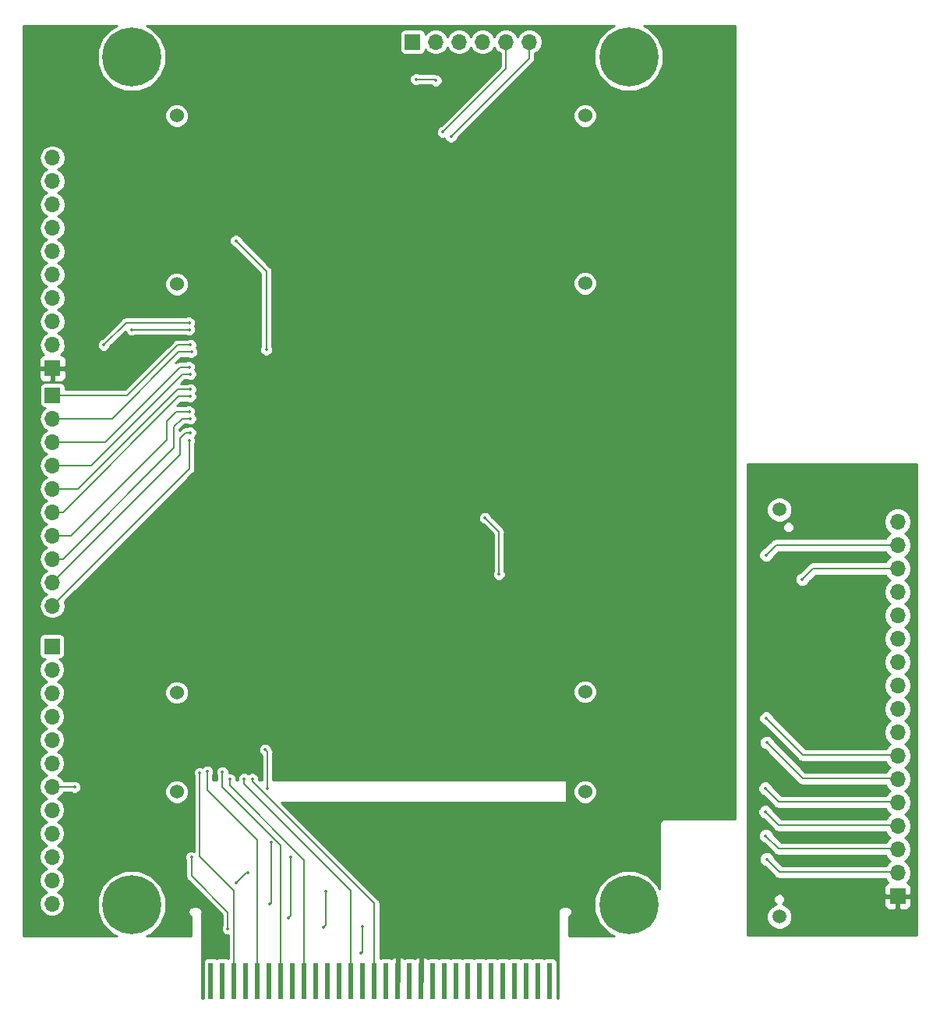
<source format=gbr>
G04 #@! TF.GenerationSoftware,KiCad,Pcbnew,5.0.0*
G04 #@! TF.CreationDate,2018-07-27T13:54:40-05:00*
G04 #@! TF.ProjectId,breakout,627265616B6F75742E6B696361645F70,rev?*
G04 #@! TF.SameCoordinates,Original*
G04 #@! TF.FileFunction,Copper,L2,Bot,Signal*
G04 #@! TF.FilePolarity,Positive*
%FSLAX46Y46*%
G04 Gerber Fmt 4.6, Leading zero omitted, Abs format (unit mm)*
G04 Created by KiCad (PCBNEW 5.0.0) date Fri Jul 27 13:54:40 2018*
%MOMM*%
%LPD*%
G01*
G04 APERTURE LIST*
G04 #@! TA.AperFunction,ComponentPad*
%ADD10C,1.524000*%
G04 #@! TD*
G04 #@! TA.AperFunction,SMDPad,CuDef*
%ADD11R,0.560000X4.000000*%
G04 #@! TD*
G04 #@! TA.AperFunction,ComponentPad*
%ADD12C,6.400000*%
G04 #@! TD*
G04 #@! TA.AperFunction,ComponentPad*
%ADD13R,1.700000X1.700000*%
G04 #@! TD*
G04 #@! TA.AperFunction,ComponentPad*
%ADD14O,1.700000X1.700000*%
G04 #@! TD*
G04 #@! TA.AperFunction,ComponentPad*
%ADD15C,1.500000*%
G04 #@! TD*
G04 #@! TA.AperFunction,ViaPad*
%ADD16C,0.355600*%
G04 #@! TD*
G04 #@! TA.AperFunction,Conductor*
%ADD17C,0.177800*%
G04 #@! TD*
G04 #@! TA.AperFunction,Conductor*
%ADD18C,0.254000*%
G04 #@! TD*
G04 APERTURE END LIST*
D10*
G04 #@! TO.P,P4,2*
G04 #@! TO.N,GND*
X142824200Y-136220200D03*
G04 #@! TO.P,P4,*
G04 #@! TO.N,*
X142824200Y-91871800D03*
G04 #@! TD*
G04 #@! TO.P,P3,2*
G04 #@! TO.N,JTAG_TMS*
X98475800Y-136296400D03*
G04 #@! TO.P,P3,*
G04 #@! TO.N,*
X98475800Y-91948000D03*
G04 #@! TD*
G04 #@! TO.P,P2,2*
G04 #@! TO.N,GPO_1*
X98475800Y-147066000D03*
G04 #@! TO.P,P2,*
G04 #@! TO.N,*
X142824200Y-147066000D03*
G04 #@! TD*
G04 #@! TO.P,P1,2*
G04 #@! TO.N,GND*
X142824200Y-73660000D03*
G04 #@! TO.P,P1,*
G04 #@! TO.N,*
X98475800Y-73660000D03*
G04 #@! TD*
D11*
G04 #@! TO.P,P7,2*
G04 #@! TO.N,GND*
X102168800Y-167600000D03*
G04 #@! TO.P,P7,4*
X103438800Y-167600000D03*
G04 #@! TO.P,P7,6*
G04 #@! TO.N,MIO51*
X104708800Y-167600000D03*
G04 #@! TO.P,P7,8*
G04 #@! TO.N,GND*
X105978800Y-167600000D03*
G04 #@! TO.P,P7,10*
G04 #@! TO.N,MIO49*
X107248800Y-167600000D03*
G04 #@! TO.P,P7,12*
G04 #@! TO.N,GND*
X108518800Y-167600000D03*
G04 #@! TO.P,P7,14*
G04 #@! TO.N,MIO47*
X109788800Y-167600000D03*
G04 #@! TO.P,P7,16*
G04 #@! TO.N,GND*
X111058800Y-167600000D03*
G04 #@! TO.P,P7,18*
G04 #@! TO.N,MIO46*
X112328800Y-167600000D03*
G04 #@! TO.P,P7,20*
G04 #@! TO.N,GND*
X113598800Y-167600000D03*
G04 #@! TO.P,P7,22*
G04 #@! TO.N,Net-(P7-Pad22)*
X114868800Y-167600000D03*
G04 #@! TO.P,P7,24*
G04 #@! TO.N,GND*
X116138800Y-167600000D03*
G04 #@! TO.P,P7,26*
G04 #@! TO.N,MIO11*
X117408800Y-167600000D03*
G04 #@! TO.P,P7,28*
G04 #@! TO.N,GND*
X118678800Y-167600000D03*
G04 #@! TO.P,P7,30*
G04 #@! TO.N,MIO12*
X119948800Y-167600000D03*
G04 #@! TO.P,P7,32*
G04 #@! TO.N,GND*
X121218800Y-167600000D03*
G04 #@! TO.P,P7,34*
G04 #@! TO.N,+5V*
X122488800Y-167600000D03*
G04 #@! TO.P,P7,36*
G04 #@! TO.N,GND*
X123758800Y-167600000D03*
G04 #@! TO.P,P7,38*
G04 #@! TO.N,+5V*
X125028800Y-167600000D03*
G04 #@! TO.P,P7,40*
G04 #@! TO.N,GND*
X126298800Y-167600000D03*
G04 #@! TO.P,P7,42*
G04 #@! TO.N,Net-(P7-Pad42)*
X127568800Y-167600000D03*
G04 #@! TO.P,P7,44*
G04 #@! TO.N,GND*
X128838800Y-167600000D03*
G04 #@! TO.P,P7,46*
G04 #@! TO.N,Net-(P7-Pad46)*
X130108800Y-167600000D03*
G04 #@! TO.P,P7,48*
G04 #@! TO.N,GND*
X131378800Y-167600000D03*
G04 #@! TO.P,P7,50*
G04 #@! TO.N,Net-(P7-Pad50)*
X132648800Y-167600000D03*
G04 #@! TO.P,P7,52*
G04 #@! TO.N,GND*
X133918800Y-167600000D03*
G04 #@! TO.P,P7,54*
G04 #@! TO.N,Net-(P7-Pad54)*
X135188800Y-167600000D03*
G04 #@! TO.P,P7,56*
G04 #@! TO.N,GND*
X136458800Y-167600000D03*
G04 #@! TO.P,P7,58*
G04 #@! TO.N,FPGA_DONE*
X137728800Y-167600000D03*
G04 #@! TO.P,P7,60*
G04 #@! TO.N,GND*
X138998800Y-167600000D03*
G04 #@! TD*
D12*
G04 #@! TO.P,REF\002A\002A,1*
G04 #@! TO.N,N/C*
X93573600Y-67310000D03*
G04 #@! TD*
G04 #@! TO.P,REF\002A\002A,1*
G04 #@! TO.N,N/C*
X147574000Y-67310000D03*
G04 #@! TD*
G04 #@! TO.P,REF\002A\002A,1*
G04 #@! TO.N,N/C*
X93573600Y-159334400D03*
G04 #@! TD*
G04 #@! TO.P,REF\002A\002A,1*
G04 #@! TO.N,N/C*
X147574000Y-159334400D03*
G04 #@! TD*
D13*
G04 #@! TO.P,J2,1*
G04 #@! TO.N,MIO12*
X84937600Y-131267200D03*
D14*
G04 #@! TO.P,J2,2*
G04 #@! TO.N,MIO11*
X84937600Y-133807200D03*
G04 #@! TO.P,J2,3*
G04 #@! TO.N,MIO46*
X84937600Y-136347200D03*
G04 #@! TO.P,J2,4*
G04 #@! TO.N,MIO47*
X84937600Y-138887200D03*
G04 #@! TO.P,J2,5*
G04 #@! TO.N,MIO49*
X84937600Y-141427200D03*
G04 #@! TO.P,J2,6*
G04 #@! TO.N,MIO51*
X84937600Y-143967200D03*
G04 #@! TO.P,J2,7*
G04 #@! TO.N,MIO15*
X84937600Y-146507200D03*
G04 #@! TO.P,J2,8*
G04 #@! TO.N,MIO10*
X84937600Y-149047200D03*
G04 #@! TO.P,J2,9*
G04 #@! TO.N,MIO13*
X84937600Y-151587200D03*
G04 #@! TO.P,J2,10*
G04 #@! TO.N,MIO14*
X84937600Y-154127200D03*
G04 #@! TO.P,J2,11*
G04 #@! TO.N,MIO0*
X84937600Y-156667200D03*
G04 #@! TO.P,J2,12*
G04 #@! TO.N,MIO48*
X84937600Y-159207200D03*
G04 #@! TD*
D13*
G04 #@! TO.P,J3,1*
G04 #@! TO.N,USB_ID*
X124079000Y-65659000D03*
D14*
G04 #@! TO.P,J3,2*
G04 #@! TO.N,USB_OTG_P*
X126619000Y-65659000D03*
G04 #@! TO.P,J3,3*
G04 #@! TO.N,USB_OTG_N*
X129159000Y-65659000D03*
G04 #@! TO.P,J3,4*
G04 #@! TO.N,GND*
X131699000Y-65659000D03*
G04 #@! TO.P,J3,5*
G04 #@! TO.N,USB_VBUS_OTG*
X134239000Y-65659000D03*
G04 #@! TO.P,J3,6*
G04 #@! TO.N,USB_OTG_CPEN*
X136779000Y-65659000D03*
G04 #@! TD*
D13*
G04 #@! TO.P,J1,1*
G04 #@! TO.N,+5V*
X84963000Y-101092000D03*
D14*
G04 #@! TO.P,J1,2*
G04 #@! TO.N,PWR_ENABLE*
X84963000Y-98552000D03*
G04 #@! TO.P,J1,3*
G04 #@! TO.N,FPGA_VBATT*
X84963000Y-96012000D03*
G04 #@! TO.P,J1,4*
G04 #@! TO.N,JX_VCCO_12*
X84963000Y-93472000D03*
G04 #@! TO.P,J1,5*
G04 #@! TO.N,JX_VCCO_33_34*
X84963000Y-90932000D03*
G04 #@! TO.P,J1,6*
G04 #@! TO.N,JX_VCCO_13*
X84963000Y-88392000D03*
G04 #@! TO.P,J1,7*
G04 #@! TO.N,3V3_I2C*
X84963000Y-85852000D03*
G04 #@! TO.P,J1,8*
G04 #@! TO.N,JX_MGTAVTT*
X84963000Y-83312000D03*
G04 #@! TO.P,J1,9*
G04 #@! TO.N,JX_MGTAVCC*
X84963000Y-80772000D03*
G04 #@! TO.P,J1,10*
G04 #@! TO.N,GND*
X84963000Y-78232000D03*
G04 #@! TD*
D15*
G04 #@! TO.P,P5,*
G04 #@! TO.N,*
X163931600Y-160631600D03*
X163931600Y-116431600D03*
G04 #@! TD*
D13*
G04 #@! TO.P,J4,1*
G04 #@! TO.N,+5V*
X176784000Y-158394400D03*
D14*
G04 #@! TO.P,J4,2*
G04 #@! TO.N,MIO51*
X176784000Y-155854400D03*
G04 #@! TO.P,J4,3*
G04 #@! TO.N,MIO49*
X176784000Y-153314400D03*
G04 #@! TO.P,J4,4*
G04 #@! TO.N,MIO47*
X176784000Y-150774400D03*
G04 #@! TO.P,J4,5*
G04 #@! TO.N,MIO46*
X176784000Y-148234400D03*
G04 #@! TO.P,J4,6*
G04 #@! TO.N,MIO11*
X176784000Y-145694400D03*
G04 #@! TO.P,J4,7*
G04 #@! TO.N,MIO12*
X176784000Y-143154400D03*
G04 #@! TO.P,J4,8*
G04 #@! TO.N,MIO48*
X176784000Y-140614400D03*
G04 #@! TO.P,J4,9*
G04 #@! TO.N,MIO0*
X176784000Y-138074400D03*
G04 #@! TO.P,J4,10*
G04 #@! TO.N,MIO14*
X176784000Y-135534400D03*
G04 #@! TO.P,J4,11*
G04 #@! TO.N,MIO13*
X176784000Y-132994400D03*
G04 #@! TO.P,J4,12*
G04 #@! TO.N,MIO10*
X176784000Y-130454400D03*
G04 #@! TO.P,J4,13*
G04 #@! TO.N,MIO15*
X176784000Y-127914400D03*
G04 #@! TO.P,J4,14*
G04 #@! TO.N,PWR_ENABLE*
X176784000Y-125374400D03*
G04 #@! TO.P,J4,15*
G04 #@! TO.N,PG_MODULE*
X176784000Y-122834400D03*
G04 #@! TO.P,J4,16*
G04 #@! TO.N,FPGA_DONE*
X176784000Y-120294400D03*
G04 #@! TO.P,J4,17*
G04 #@! TO.N,GND*
X176784000Y-117754400D03*
G04 #@! TD*
D13*
G04 #@! TO.P,J5,1*
G04 #@! TO.N,IO_L16_33_JX1_P*
X84963000Y-104013000D03*
D14*
G04 #@! TO.P,J5,2*
G04 #@! TO.N,IO_L16_33_JX1_N*
X84963000Y-106553000D03*
G04 #@! TO.P,J5,3*
G04 #@! TO.N,IO_L18_33_JX1_P*
X84963000Y-109093000D03*
G04 #@! TO.P,J5,4*
G04 #@! TO.N,IO_L18_33_JX1_N*
X84963000Y-111633000D03*
G04 #@! TO.P,J5,5*
G04 #@! TO.N,IO_L20_33_JX1_P*
X84963000Y-114173000D03*
G04 #@! TO.P,J5,6*
G04 #@! TO.N,IO_L20_33_JX1_N*
X84963000Y-116713000D03*
G04 #@! TO.P,J5,7*
G04 #@! TO.N,IO_L22_33_JX1_P*
X84963000Y-119253000D03*
G04 #@! TO.P,J5,8*
G04 #@! TO.N,IO_L22_33_JX1_N*
X84963000Y-121793000D03*
G04 #@! TO.P,J5,9*
G04 #@! TO.N,IO_L01_33_JX1_P*
X84963000Y-124333000D03*
G04 #@! TO.P,J5,10*
G04 #@! TO.N,IO_L01_33_JX1_N*
X84963000Y-126873000D03*
G04 #@! TD*
D16*
G04 #@! TO.N,*
X118491000Y-164592000D03*
X118618000Y-161671000D03*
X114427000Y-161798000D03*
X114681000Y-157861000D03*
X110617000Y-160782000D03*
X110871000Y-154178000D03*
X108585000Y-159258000D03*
X108712000Y-152527000D03*
X104902000Y-156972000D03*
X106172000Y-155829000D03*
X126619000Y-69850000D03*
X124460000Y-69723000D03*
G04 #@! TO.N,+5V*
X125028800Y-167600000D03*
X122488800Y-167600000D03*
X163880800Y-135432800D03*
G04 #@! TO.N,PWR_ENABLE*
X99822000Y-96139000D03*
X90551000Y-98552000D03*
G04 #@! TO.N,FPGA_VBATT*
X99822000Y-96901000D03*
X93599000Y-96901000D03*
G04 #@! TO.N,JX_VCCO_13*
X133477000Y-123444000D03*
X131953000Y-117348000D03*
G04 #@! TO.N,3V3_I2C*
X108331000Y-146685000D03*
X108077000Y-142494000D03*
X108204000Y-99060000D03*
X104902000Y-87249000D03*
G04 #@! TO.N,MIO15*
X87376000Y-146558000D03*
G04 #@! TO.N,MIO48*
X100076000Y-154178000D03*
X104013000Y-161925000D03*
G04 #@! TO.N,MIO51*
X162560000Y-154381200D03*
X100990400Y-145034000D03*
G04 #@! TO.N,MIO49*
X162458400Y-151841200D03*
X101803200Y-144881600D03*
G04 #@! TO.N,MIO47*
X162407600Y-149250400D03*
X103428800Y-144932400D03*
G04 #@! TO.N,MIO46*
X162407600Y-146710400D03*
X104241600Y-145694400D03*
G04 #@! TO.N,MIO11*
X105791000Y-145669000D03*
X162560000Y-141732000D03*
G04 #@! TO.N,MIO12*
X106680000Y-145669000D03*
X162509200Y-139090400D03*
G04 #@! TO.N,USB_OTG_CPEN*
X128270000Y-75946000D03*
G04 #@! TO.N,USB_VBUS_OTG*
X127381000Y-75438000D03*
G04 #@! TO.N,IO_L16_33_JX1_P*
X99949000Y-98552000D03*
G04 #@! TO.N,IO_L16_33_JX1_N*
X100076000Y-99314000D03*
G04 #@! TO.N,IO_L18_33_JX1_P*
X99822000Y-100965000D03*
G04 #@! TO.N,IO_L18_33_JX1_N*
X99949000Y-101727000D03*
G04 #@! TO.N,IO_L20_33_JX1_P*
X99949000Y-103378000D03*
G04 #@! TO.N,IO_L20_33_JX1_N*
X99949000Y-104140000D03*
G04 #@! TO.N,IO_L22_33_JX1_P*
X99822000Y-105791000D03*
G04 #@! TO.N,IO_L22_33_JX1_N*
X99949000Y-106553000D03*
G04 #@! TO.N,IO_L01_33_JX1_P*
X99949000Y-108077000D03*
G04 #@! TO.N,IO_L01_33_JX1_N*
X99822000Y-108966000D03*
G04 #@! TO.N,PG_MODULE*
X166420800Y-124002800D03*
G04 #@! TO.N,FPGA_DONE*
X162509200Y-121361200D03*
G04 #@! TD*
D17*
G04 #@! TO.N,*
X118618000Y-161671000D02*
X118618000Y-164465000D01*
X118618000Y-164465000D02*
X118491000Y-164592000D01*
X114681000Y-157861000D02*
X114681000Y-161544000D01*
X114681000Y-161544000D02*
X114427000Y-161798000D01*
X110871000Y-154178000D02*
X110871000Y-160528000D01*
X110871000Y-160528000D02*
X110617000Y-160782000D01*
X108712000Y-152527000D02*
X108712000Y-159131000D01*
X108712000Y-159131000D02*
X108585000Y-159258000D01*
X106172000Y-155829000D02*
X106045000Y-155829000D01*
X106045000Y-155829000D02*
X104902000Y-156972000D01*
X124460000Y-69723000D02*
X126492000Y-69723000D01*
X126492000Y-69723000D02*
X126619000Y-69850000D01*
G04 #@! TO.N,+5V*
X163880800Y-135432800D02*
X163880800Y-135382000D01*
G04 #@! TO.N,PWR_ENABLE*
X92964000Y-96139000D02*
X99822000Y-96139000D01*
X90551000Y-98552000D02*
X92964000Y-96139000D01*
G04 #@! TO.N,FPGA_VBATT*
X93599000Y-96901000D02*
X99822000Y-96901000D01*
G04 #@! TO.N,JX_VCCO_13*
X133477000Y-118872000D02*
X133477000Y-123444000D01*
X131953000Y-117348000D02*
X133477000Y-118872000D01*
G04 #@! TO.N,3V3_I2C*
X108331000Y-142748000D02*
X108331000Y-146685000D01*
X108077000Y-142494000D02*
X108331000Y-142748000D01*
X108204000Y-90551000D02*
X108204000Y-99060000D01*
X104902000Y-87249000D02*
X108204000Y-90551000D01*
G04 #@! TO.N,MIO15*
X84937600Y-146507200D02*
X87325200Y-146507200D01*
X87325200Y-146507200D02*
X87376000Y-146558000D01*
G04 #@! TO.N,MIO48*
X104013000Y-160147000D02*
X104013000Y-161925000D01*
X100076000Y-154178000D02*
X100076000Y-155702000D01*
X100076000Y-155702000D02*
X100076000Y-156210000D01*
X100076000Y-156210000D02*
X104013000Y-160147000D01*
G04 #@! TO.N,MIO51*
X176225200Y-155803600D02*
X163982400Y-155803600D01*
X163982400Y-155803600D02*
X162560000Y-154381200D01*
X104708800Y-167600000D02*
X104708800Y-157794800D01*
X100990400Y-154076400D02*
X100990400Y-145034000D01*
X104708800Y-157794800D02*
X100990400Y-154076400D01*
G04 #@! TO.N,MIO49*
X176225200Y-153263600D02*
X163880800Y-153263600D01*
X163880800Y-153263600D02*
X162458400Y-151841200D01*
X107248800Y-167600000D02*
X107248800Y-152308400D01*
X101803200Y-146862800D02*
X101803200Y-144881600D01*
X107248800Y-152308400D02*
X101803200Y-146862800D01*
G04 #@! TO.N,MIO47*
X176225200Y-150723600D02*
X163880800Y-150723600D01*
X163880800Y-150723600D02*
X162407600Y-149250400D01*
X109788800Y-167600000D02*
X109788800Y-152918000D01*
X103428800Y-146558000D02*
X103428800Y-144932400D01*
X109788800Y-152918000D02*
X103428800Y-146558000D01*
G04 #@! TO.N,MIO46*
X176225200Y-148183600D02*
X163880800Y-148183600D01*
X163880800Y-148183600D02*
X162407600Y-146710400D01*
X112328800Y-167600000D02*
X112328800Y-154492800D01*
X104241600Y-146405600D02*
X104241600Y-145694400D01*
X112328800Y-154492800D02*
X104241600Y-146405600D01*
G04 #@! TO.N,MIO11*
X117408800Y-167600000D02*
X117408800Y-157794800D01*
X105791000Y-146177000D02*
X105791000Y-145669000D01*
X117408800Y-157794800D02*
X105791000Y-146177000D01*
X176225200Y-145643600D02*
X166471600Y-145643600D01*
X166471600Y-145643600D02*
X162560000Y-141732000D01*
G04 #@! TO.N,MIO12*
X119948800Y-167600000D02*
X119948800Y-159191800D01*
X106680000Y-145923000D02*
X106680000Y-145669000D01*
X119948800Y-159191800D02*
X106680000Y-145923000D01*
X176225200Y-143103600D02*
X166522400Y-143103600D01*
X166522400Y-143103600D02*
X162509200Y-139090400D01*
G04 #@! TO.N,USB_OTG_CPEN*
X136779000Y-65659000D02*
X136779000Y-67437000D01*
X136779000Y-67437000D02*
X128270000Y-75946000D01*
G04 #@! TO.N,USB_VBUS_OTG*
X134239000Y-65659000D02*
X134239000Y-68580000D01*
X134239000Y-68580000D02*
X127381000Y-75438000D01*
G04 #@! TO.N,IO_L16_33_JX1_P*
X84963000Y-104013000D02*
X93091000Y-104013000D01*
X98552000Y-98552000D02*
X99949000Y-98552000D01*
X93091000Y-104013000D02*
X98552000Y-98552000D01*
G04 #@! TO.N,IO_L16_33_JX1_N*
X84963000Y-106553000D02*
X91440000Y-106553000D01*
X98679000Y-99314000D02*
X100076000Y-99314000D01*
X91440000Y-106553000D02*
X98679000Y-99314000D01*
G04 #@! TO.N,IO_L18_33_JX1_P*
X84963000Y-109093000D02*
X90678000Y-109093000D01*
X98806000Y-100965000D02*
X99822000Y-100965000D01*
X90678000Y-109093000D02*
X98806000Y-100965000D01*
G04 #@! TO.N,IO_L18_33_JX1_N*
X84963000Y-111633000D02*
X89154000Y-111633000D01*
X99060000Y-101727000D02*
X99949000Y-101727000D01*
X89154000Y-111633000D02*
X99060000Y-101727000D01*
G04 #@! TO.N,IO_L20_33_JX1_P*
X84963000Y-114173000D02*
X87757000Y-114173000D01*
X98552000Y-103378000D02*
X99949000Y-103378000D01*
X87757000Y-114173000D02*
X98552000Y-103378000D01*
G04 #@! TO.N,IO_L20_33_JX1_N*
X84963000Y-116713000D02*
X86106000Y-116713000D01*
X98679000Y-104140000D02*
X99949000Y-104140000D01*
X86106000Y-116713000D02*
X98679000Y-104140000D01*
G04 #@! TO.N,IO_L22_33_JX1_P*
X84963000Y-119253000D02*
X86995000Y-119253000D01*
X98425000Y-105791000D02*
X99822000Y-105791000D01*
X97409000Y-106807000D02*
X98425000Y-105791000D01*
X97409000Y-108839000D02*
X97409000Y-106807000D01*
X86995000Y-119253000D02*
X97409000Y-108839000D01*
G04 #@! TO.N,IO_L22_33_JX1_N*
X84963000Y-121793000D02*
X86106000Y-121793000D01*
X99060000Y-106553000D02*
X99949000Y-106553000D01*
X98171000Y-107442000D02*
X99060000Y-106553000D01*
X98171000Y-109728000D02*
X98171000Y-107442000D01*
X86106000Y-121793000D02*
X98171000Y-109728000D01*
G04 #@! TO.N,IO_L01_33_JX1_P*
X84963000Y-124333000D02*
X98806000Y-110490000D01*
X99441000Y-108077000D02*
X99949000Y-108077000D01*
X98806000Y-108712000D02*
X99441000Y-108077000D01*
X98806000Y-110490000D02*
X98806000Y-108712000D01*
G04 #@! TO.N,IO_L01_33_JX1_N*
X84963000Y-126873000D02*
X99822000Y-112014000D01*
X99822000Y-112014000D02*
X99822000Y-108966000D01*
G04 #@! TO.N,PG_MODULE*
X176784000Y-122834400D02*
X167589200Y-122834400D01*
X167589200Y-122834400D02*
X166420800Y-124002800D01*
G04 #@! TO.N,FPGA_DONE*
X176784000Y-120294400D02*
X163576000Y-120294400D01*
X163576000Y-120294400D02*
X162509200Y-121361200D01*
G04 #@! TD*
D18*
G04 #@! TO.N,+5V*
G36*
X178817200Y-162612000D02*
X160476000Y-162612000D01*
X160476000Y-160356106D01*
X162546600Y-160356106D01*
X162546600Y-160907094D01*
X162757453Y-161416140D01*
X163147060Y-161805747D01*
X163656106Y-162016600D01*
X164207094Y-162016600D01*
X164716140Y-161805747D01*
X165105747Y-161416140D01*
X165316600Y-160907094D01*
X165316600Y-160356106D01*
X165105747Y-159847060D01*
X164716140Y-159457453D01*
X164271319Y-159273203D01*
X164291298Y-159264927D01*
X164469927Y-159086298D01*
X164566600Y-158852909D01*
X164566600Y-158680150D01*
X175299000Y-158680150D01*
X175299000Y-159370710D01*
X175395673Y-159604099D01*
X175574302Y-159782727D01*
X175807691Y-159879400D01*
X176498250Y-159879400D01*
X176657000Y-159720650D01*
X176657000Y-158521400D01*
X176911000Y-158521400D01*
X176911000Y-159720650D01*
X177069750Y-159879400D01*
X177760309Y-159879400D01*
X177993698Y-159782727D01*
X178172327Y-159604099D01*
X178269000Y-159370710D01*
X178269000Y-158680150D01*
X178110250Y-158521400D01*
X176911000Y-158521400D01*
X176657000Y-158521400D01*
X175457750Y-158521400D01*
X175299000Y-158680150D01*
X164566600Y-158680150D01*
X164566600Y-158600291D01*
X164469927Y-158366902D01*
X164291298Y-158188273D01*
X164057909Y-158091600D01*
X163805291Y-158091600D01*
X163571902Y-158188273D01*
X163393273Y-158366902D01*
X163296600Y-158600291D01*
X163296600Y-158852909D01*
X163393273Y-159086298D01*
X163571902Y-159264927D01*
X163591881Y-159273203D01*
X163147060Y-159457453D01*
X162757453Y-159847060D01*
X162546600Y-160356106D01*
X160476000Y-160356106D01*
X160476000Y-150691926D01*
X160489909Y-150622000D01*
X160476000Y-150552074D01*
X160476000Y-146548724D01*
X161594800Y-146548724D01*
X161594800Y-146872076D01*
X161718541Y-147170814D01*
X161947186Y-147399459D01*
X162161811Y-147488359D01*
X163318509Y-148645058D01*
X163358897Y-148705503D01*
X163598348Y-148865499D01*
X163809502Y-148907500D01*
X163809503Y-148907500D01*
X163880799Y-148921682D01*
X163952096Y-148907500D01*
X175447757Y-148907500D01*
X175713375Y-149305025D01*
X176011761Y-149504400D01*
X175713375Y-149703775D01*
X175515644Y-149999700D01*
X164180649Y-149999700D01*
X163185559Y-149004611D01*
X163096659Y-148789986D01*
X162868014Y-148561341D01*
X162569276Y-148437600D01*
X162245924Y-148437600D01*
X161947186Y-148561341D01*
X161718541Y-148789986D01*
X161594800Y-149088724D01*
X161594800Y-149412076D01*
X161718541Y-149710814D01*
X161947186Y-149939459D01*
X162161811Y-150028359D01*
X163318509Y-151185058D01*
X163358897Y-151245503D01*
X163598348Y-151405499D01*
X163809502Y-151447500D01*
X163809503Y-151447500D01*
X163880799Y-151461682D01*
X163952096Y-151447500D01*
X175447757Y-151447500D01*
X175713375Y-151845025D01*
X176011761Y-152044400D01*
X175713375Y-152243775D01*
X175515644Y-152539700D01*
X164180649Y-152539700D01*
X163236359Y-151595411D01*
X163147459Y-151380786D01*
X162918814Y-151152141D01*
X162620076Y-151028400D01*
X162296724Y-151028400D01*
X161997986Y-151152141D01*
X161769341Y-151380786D01*
X161645600Y-151679524D01*
X161645600Y-152002876D01*
X161769341Y-152301614D01*
X161997986Y-152530259D01*
X162212611Y-152619159D01*
X163318509Y-153725058D01*
X163358897Y-153785503D01*
X163598348Y-153945499D01*
X163809502Y-153987500D01*
X163809503Y-153987500D01*
X163880799Y-154001682D01*
X163952096Y-153987500D01*
X175447757Y-153987500D01*
X175713375Y-154385025D01*
X176011761Y-154584400D01*
X175713375Y-154783775D01*
X175515644Y-155079700D01*
X164282249Y-155079700D01*
X163337959Y-154135411D01*
X163249059Y-153920786D01*
X163020414Y-153692141D01*
X162721676Y-153568400D01*
X162398324Y-153568400D01*
X162099586Y-153692141D01*
X161870941Y-153920786D01*
X161747200Y-154219524D01*
X161747200Y-154542876D01*
X161870941Y-154841614D01*
X162099586Y-155070259D01*
X162314211Y-155159159D01*
X163420109Y-156265058D01*
X163460497Y-156325503D01*
X163699948Y-156485499D01*
X163911102Y-156527500D01*
X163911103Y-156527500D01*
X163982399Y-156541682D01*
X164053696Y-156527500D01*
X175447757Y-156527500D01*
X175713375Y-156925025D01*
X175735033Y-156939496D01*
X175574302Y-157006073D01*
X175395673Y-157184701D01*
X175299000Y-157418090D01*
X175299000Y-158108650D01*
X175457750Y-158267400D01*
X176657000Y-158267400D01*
X176657000Y-158247400D01*
X176911000Y-158247400D01*
X176911000Y-158267400D01*
X178110250Y-158267400D01*
X178269000Y-158108650D01*
X178269000Y-157418090D01*
X178172327Y-157184701D01*
X177993698Y-157006073D01*
X177832967Y-156939496D01*
X177854625Y-156925025D01*
X178182839Y-156433818D01*
X178298092Y-155854400D01*
X178182839Y-155274982D01*
X177854625Y-154783775D01*
X177556239Y-154584400D01*
X177854625Y-154385025D01*
X178182839Y-153893818D01*
X178298092Y-153314400D01*
X178182839Y-152734982D01*
X177854625Y-152243775D01*
X177556239Y-152044400D01*
X177854625Y-151845025D01*
X178182839Y-151353818D01*
X178298092Y-150774400D01*
X178182839Y-150194982D01*
X177854625Y-149703775D01*
X177556239Y-149504400D01*
X177854625Y-149305025D01*
X178182839Y-148813818D01*
X178298092Y-148234400D01*
X178182839Y-147654982D01*
X177854625Y-147163775D01*
X177556239Y-146964400D01*
X177854625Y-146765025D01*
X178182839Y-146273818D01*
X178298092Y-145694400D01*
X178182839Y-145114982D01*
X177854625Y-144623775D01*
X177556239Y-144424400D01*
X177854625Y-144225025D01*
X178182839Y-143733818D01*
X178298092Y-143154400D01*
X178182839Y-142574982D01*
X177854625Y-142083775D01*
X177556239Y-141884400D01*
X177854625Y-141685025D01*
X178182839Y-141193818D01*
X178298092Y-140614400D01*
X178182839Y-140034982D01*
X177854625Y-139543775D01*
X177556239Y-139344400D01*
X177854625Y-139145025D01*
X178182839Y-138653818D01*
X178298092Y-138074400D01*
X178182839Y-137494982D01*
X177854625Y-137003775D01*
X177556239Y-136804400D01*
X177854625Y-136605025D01*
X178182839Y-136113818D01*
X178298092Y-135534400D01*
X178182839Y-134954982D01*
X177854625Y-134463775D01*
X177556239Y-134264400D01*
X177854625Y-134065025D01*
X178182839Y-133573818D01*
X178298092Y-132994400D01*
X178182839Y-132414982D01*
X177854625Y-131923775D01*
X177556239Y-131724400D01*
X177854625Y-131525025D01*
X178182839Y-131033818D01*
X178298092Y-130454400D01*
X178182839Y-129874982D01*
X177854625Y-129383775D01*
X177556239Y-129184400D01*
X177854625Y-128985025D01*
X178182839Y-128493818D01*
X178298092Y-127914400D01*
X178182839Y-127334982D01*
X177854625Y-126843775D01*
X177556239Y-126644400D01*
X177854625Y-126445025D01*
X178182839Y-125953818D01*
X178298092Y-125374400D01*
X178182839Y-124794982D01*
X177854625Y-124303775D01*
X177556239Y-124104400D01*
X177854625Y-123905025D01*
X178182839Y-123413818D01*
X178298092Y-122834400D01*
X178182839Y-122254982D01*
X177854625Y-121763775D01*
X177556239Y-121564400D01*
X177854625Y-121365025D01*
X178182839Y-120873818D01*
X178298092Y-120294400D01*
X178182839Y-119714982D01*
X177854625Y-119223775D01*
X177556239Y-119024400D01*
X177854625Y-118825025D01*
X178182839Y-118333818D01*
X178298092Y-117754400D01*
X178182839Y-117174982D01*
X177854625Y-116683775D01*
X177363418Y-116355561D01*
X176930256Y-116269400D01*
X176637744Y-116269400D01*
X176204582Y-116355561D01*
X175713375Y-116683775D01*
X175385161Y-117174982D01*
X175269908Y-117754400D01*
X175385161Y-118333818D01*
X175713375Y-118825025D01*
X176011761Y-119024400D01*
X175713375Y-119223775D01*
X175481701Y-119570500D01*
X163647297Y-119570500D01*
X163575999Y-119556318D01*
X163293548Y-119612501D01*
X163054097Y-119772497D01*
X163013709Y-119832942D01*
X162263411Y-120583241D01*
X162048786Y-120672141D01*
X161820141Y-120900786D01*
X161696400Y-121199524D01*
X161696400Y-121522876D01*
X161820141Y-121821614D01*
X162048786Y-122050259D01*
X162347524Y-122174000D01*
X162670876Y-122174000D01*
X162969614Y-122050259D01*
X163198259Y-121821614D01*
X163287159Y-121606989D01*
X163875849Y-121018300D01*
X175481701Y-121018300D01*
X175713375Y-121365025D01*
X176011761Y-121564400D01*
X175713375Y-121763775D01*
X175481701Y-122110500D01*
X167660497Y-122110500D01*
X167589199Y-122096318D01*
X167306748Y-122152501D01*
X167067297Y-122312497D01*
X167026909Y-122372942D01*
X166175011Y-123224841D01*
X165960386Y-123313741D01*
X165731741Y-123542386D01*
X165608000Y-123841124D01*
X165608000Y-124164476D01*
X165731741Y-124463214D01*
X165960386Y-124691859D01*
X166259124Y-124815600D01*
X166582476Y-124815600D01*
X166881214Y-124691859D01*
X167109859Y-124463214D01*
X167198759Y-124248589D01*
X167889049Y-123558300D01*
X175481701Y-123558300D01*
X175713375Y-123905025D01*
X176011761Y-124104400D01*
X175713375Y-124303775D01*
X175385161Y-124794982D01*
X175269908Y-125374400D01*
X175385161Y-125953818D01*
X175713375Y-126445025D01*
X176011761Y-126644400D01*
X175713375Y-126843775D01*
X175385161Y-127334982D01*
X175269908Y-127914400D01*
X175385161Y-128493818D01*
X175713375Y-128985025D01*
X176011761Y-129184400D01*
X175713375Y-129383775D01*
X175385161Y-129874982D01*
X175269908Y-130454400D01*
X175385161Y-131033818D01*
X175713375Y-131525025D01*
X176011761Y-131724400D01*
X175713375Y-131923775D01*
X175385161Y-132414982D01*
X175269908Y-132994400D01*
X175385161Y-133573818D01*
X175713375Y-134065025D01*
X176011761Y-134264400D01*
X175713375Y-134463775D01*
X175385161Y-134954982D01*
X175269908Y-135534400D01*
X175385161Y-136113818D01*
X175713375Y-136605025D01*
X176011761Y-136804400D01*
X175713375Y-137003775D01*
X175385161Y-137494982D01*
X175269908Y-138074400D01*
X175385161Y-138653818D01*
X175713375Y-139145025D01*
X176011761Y-139344400D01*
X175713375Y-139543775D01*
X175385161Y-140034982D01*
X175269908Y-140614400D01*
X175385161Y-141193818D01*
X175713375Y-141685025D01*
X176011761Y-141884400D01*
X175713375Y-142083775D01*
X175515644Y-142379700D01*
X166822249Y-142379700D01*
X163287160Y-138844611D01*
X163198259Y-138629986D01*
X162969614Y-138401341D01*
X162670876Y-138277600D01*
X162347524Y-138277600D01*
X162048786Y-138401341D01*
X161820141Y-138629986D01*
X161696400Y-138928724D01*
X161696400Y-139252076D01*
X161820141Y-139550814D01*
X162048786Y-139779459D01*
X162263411Y-139868360D01*
X165960109Y-143565058D01*
X166000497Y-143625503D01*
X166162602Y-143733818D01*
X166239948Y-143785499D01*
X166522400Y-143841682D01*
X166593698Y-143827500D01*
X175447757Y-143827500D01*
X175713375Y-144225025D01*
X176011761Y-144424400D01*
X175713375Y-144623775D01*
X175515644Y-144919700D01*
X166771450Y-144919700D01*
X163337959Y-141486211D01*
X163249059Y-141271586D01*
X163020414Y-141042941D01*
X162721676Y-140919200D01*
X162398324Y-140919200D01*
X162099586Y-141042941D01*
X161870941Y-141271586D01*
X161747200Y-141570324D01*
X161747200Y-141893676D01*
X161870941Y-142192414D01*
X162099586Y-142421059D01*
X162314211Y-142509959D01*
X165909311Y-146105061D01*
X165949697Y-146165503D01*
X166010139Y-146205889D01*
X166010140Y-146205890D01*
X166189148Y-146325499D01*
X166471600Y-146381682D01*
X166542898Y-146367500D01*
X175447757Y-146367500D01*
X175713375Y-146765025D01*
X176011761Y-146964400D01*
X175713375Y-147163775D01*
X175515644Y-147459700D01*
X164180649Y-147459700D01*
X163185559Y-146464611D01*
X163096659Y-146249986D01*
X162868014Y-146021341D01*
X162569276Y-145897600D01*
X162245924Y-145897600D01*
X161947186Y-146021341D01*
X161718541Y-146249986D01*
X161594800Y-146548724D01*
X160476000Y-146548724D01*
X160476000Y-118210291D01*
X164296600Y-118210291D01*
X164296600Y-118462909D01*
X164393273Y-118696298D01*
X164571902Y-118874927D01*
X164805291Y-118971600D01*
X165057909Y-118971600D01*
X165291298Y-118874927D01*
X165469927Y-118696298D01*
X165566600Y-118462909D01*
X165566600Y-118210291D01*
X165469927Y-117976902D01*
X165291298Y-117798273D01*
X165057909Y-117701600D01*
X164805291Y-117701600D01*
X164571902Y-117798273D01*
X164393273Y-117976902D01*
X164296600Y-118210291D01*
X160476000Y-118210291D01*
X160476000Y-116156106D01*
X162546600Y-116156106D01*
X162546600Y-116707094D01*
X162757453Y-117216140D01*
X163147060Y-117605747D01*
X163656106Y-117816600D01*
X164207094Y-117816600D01*
X164716140Y-117605747D01*
X165105747Y-117216140D01*
X165316600Y-116707094D01*
X165316600Y-116156106D01*
X165105747Y-115647060D01*
X164716140Y-115257453D01*
X164207094Y-115046600D01*
X163656106Y-115046600D01*
X163147060Y-115257453D01*
X162757453Y-115647060D01*
X162546600Y-116156106D01*
X160476000Y-116156106D01*
X160476000Y-111454000D01*
X178817201Y-111454000D01*
X178817200Y-162612000D01*
X178817200Y-162612000D01*
G37*
X178817200Y-162612000D02*
X160476000Y-162612000D01*
X160476000Y-160356106D01*
X162546600Y-160356106D01*
X162546600Y-160907094D01*
X162757453Y-161416140D01*
X163147060Y-161805747D01*
X163656106Y-162016600D01*
X164207094Y-162016600D01*
X164716140Y-161805747D01*
X165105747Y-161416140D01*
X165316600Y-160907094D01*
X165316600Y-160356106D01*
X165105747Y-159847060D01*
X164716140Y-159457453D01*
X164271319Y-159273203D01*
X164291298Y-159264927D01*
X164469927Y-159086298D01*
X164566600Y-158852909D01*
X164566600Y-158680150D01*
X175299000Y-158680150D01*
X175299000Y-159370710D01*
X175395673Y-159604099D01*
X175574302Y-159782727D01*
X175807691Y-159879400D01*
X176498250Y-159879400D01*
X176657000Y-159720650D01*
X176657000Y-158521400D01*
X176911000Y-158521400D01*
X176911000Y-159720650D01*
X177069750Y-159879400D01*
X177760309Y-159879400D01*
X177993698Y-159782727D01*
X178172327Y-159604099D01*
X178269000Y-159370710D01*
X178269000Y-158680150D01*
X178110250Y-158521400D01*
X176911000Y-158521400D01*
X176657000Y-158521400D01*
X175457750Y-158521400D01*
X175299000Y-158680150D01*
X164566600Y-158680150D01*
X164566600Y-158600291D01*
X164469927Y-158366902D01*
X164291298Y-158188273D01*
X164057909Y-158091600D01*
X163805291Y-158091600D01*
X163571902Y-158188273D01*
X163393273Y-158366902D01*
X163296600Y-158600291D01*
X163296600Y-158852909D01*
X163393273Y-159086298D01*
X163571902Y-159264927D01*
X163591881Y-159273203D01*
X163147060Y-159457453D01*
X162757453Y-159847060D01*
X162546600Y-160356106D01*
X160476000Y-160356106D01*
X160476000Y-150691926D01*
X160489909Y-150622000D01*
X160476000Y-150552074D01*
X160476000Y-146548724D01*
X161594800Y-146548724D01*
X161594800Y-146872076D01*
X161718541Y-147170814D01*
X161947186Y-147399459D01*
X162161811Y-147488359D01*
X163318509Y-148645058D01*
X163358897Y-148705503D01*
X163598348Y-148865499D01*
X163809502Y-148907500D01*
X163809503Y-148907500D01*
X163880799Y-148921682D01*
X163952096Y-148907500D01*
X175447757Y-148907500D01*
X175713375Y-149305025D01*
X176011761Y-149504400D01*
X175713375Y-149703775D01*
X175515644Y-149999700D01*
X164180649Y-149999700D01*
X163185559Y-149004611D01*
X163096659Y-148789986D01*
X162868014Y-148561341D01*
X162569276Y-148437600D01*
X162245924Y-148437600D01*
X161947186Y-148561341D01*
X161718541Y-148789986D01*
X161594800Y-149088724D01*
X161594800Y-149412076D01*
X161718541Y-149710814D01*
X161947186Y-149939459D01*
X162161811Y-150028359D01*
X163318509Y-151185058D01*
X163358897Y-151245503D01*
X163598348Y-151405499D01*
X163809502Y-151447500D01*
X163809503Y-151447500D01*
X163880799Y-151461682D01*
X163952096Y-151447500D01*
X175447757Y-151447500D01*
X175713375Y-151845025D01*
X176011761Y-152044400D01*
X175713375Y-152243775D01*
X175515644Y-152539700D01*
X164180649Y-152539700D01*
X163236359Y-151595411D01*
X163147459Y-151380786D01*
X162918814Y-151152141D01*
X162620076Y-151028400D01*
X162296724Y-151028400D01*
X161997986Y-151152141D01*
X161769341Y-151380786D01*
X161645600Y-151679524D01*
X161645600Y-152002876D01*
X161769341Y-152301614D01*
X161997986Y-152530259D01*
X162212611Y-152619159D01*
X163318509Y-153725058D01*
X163358897Y-153785503D01*
X163598348Y-153945499D01*
X163809502Y-153987500D01*
X163809503Y-153987500D01*
X163880799Y-154001682D01*
X163952096Y-153987500D01*
X175447757Y-153987500D01*
X175713375Y-154385025D01*
X176011761Y-154584400D01*
X175713375Y-154783775D01*
X175515644Y-155079700D01*
X164282249Y-155079700D01*
X163337959Y-154135411D01*
X163249059Y-153920786D01*
X163020414Y-153692141D01*
X162721676Y-153568400D01*
X162398324Y-153568400D01*
X162099586Y-153692141D01*
X161870941Y-153920786D01*
X161747200Y-154219524D01*
X161747200Y-154542876D01*
X161870941Y-154841614D01*
X162099586Y-155070259D01*
X162314211Y-155159159D01*
X163420109Y-156265058D01*
X163460497Y-156325503D01*
X163699948Y-156485499D01*
X163911102Y-156527500D01*
X163911103Y-156527500D01*
X163982399Y-156541682D01*
X164053696Y-156527500D01*
X175447757Y-156527500D01*
X175713375Y-156925025D01*
X175735033Y-156939496D01*
X175574302Y-157006073D01*
X175395673Y-157184701D01*
X175299000Y-157418090D01*
X175299000Y-158108650D01*
X175457750Y-158267400D01*
X176657000Y-158267400D01*
X176657000Y-158247400D01*
X176911000Y-158247400D01*
X176911000Y-158267400D01*
X178110250Y-158267400D01*
X178269000Y-158108650D01*
X178269000Y-157418090D01*
X178172327Y-157184701D01*
X177993698Y-157006073D01*
X177832967Y-156939496D01*
X177854625Y-156925025D01*
X178182839Y-156433818D01*
X178298092Y-155854400D01*
X178182839Y-155274982D01*
X177854625Y-154783775D01*
X177556239Y-154584400D01*
X177854625Y-154385025D01*
X178182839Y-153893818D01*
X178298092Y-153314400D01*
X178182839Y-152734982D01*
X177854625Y-152243775D01*
X177556239Y-152044400D01*
X177854625Y-151845025D01*
X178182839Y-151353818D01*
X178298092Y-150774400D01*
X178182839Y-150194982D01*
X177854625Y-149703775D01*
X177556239Y-149504400D01*
X177854625Y-149305025D01*
X178182839Y-148813818D01*
X178298092Y-148234400D01*
X178182839Y-147654982D01*
X177854625Y-147163775D01*
X177556239Y-146964400D01*
X177854625Y-146765025D01*
X178182839Y-146273818D01*
X178298092Y-145694400D01*
X178182839Y-145114982D01*
X177854625Y-144623775D01*
X177556239Y-144424400D01*
X177854625Y-144225025D01*
X178182839Y-143733818D01*
X178298092Y-143154400D01*
X178182839Y-142574982D01*
X177854625Y-142083775D01*
X177556239Y-141884400D01*
X177854625Y-141685025D01*
X178182839Y-141193818D01*
X178298092Y-140614400D01*
X178182839Y-140034982D01*
X177854625Y-139543775D01*
X177556239Y-139344400D01*
X177854625Y-139145025D01*
X178182839Y-138653818D01*
X178298092Y-138074400D01*
X178182839Y-137494982D01*
X177854625Y-137003775D01*
X177556239Y-136804400D01*
X177854625Y-136605025D01*
X178182839Y-136113818D01*
X178298092Y-135534400D01*
X178182839Y-134954982D01*
X177854625Y-134463775D01*
X177556239Y-134264400D01*
X177854625Y-134065025D01*
X178182839Y-133573818D01*
X178298092Y-132994400D01*
X178182839Y-132414982D01*
X177854625Y-131923775D01*
X177556239Y-131724400D01*
X177854625Y-131525025D01*
X178182839Y-131033818D01*
X178298092Y-130454400D01*
X178182839Y-129874982D01*
X177854625Y-129383775D01*
X177556239Y-129184400D01*
X177854625Y-128985025D01*
X178182839Y-128493818D01*
X178298092Y-127914400D01*
X178182839Y-127334982D01*
X177854625Y-126843775D01*
X177556239Y-126644400D01*
X177854625Y-126445025D01*
X178182839Y-125953818D01*
X178298092Y-125374400D01*
X178182839Y-124794982D01*
X177854625Y-124303775D01*
X177556239Y-124104400D01*
X177854625Y-123905025D01*
X178182839Y-123413818D01*
X178298092Y-122834400D01*
X178182839Y-122254982D01*
X177854625Y-121763775D01*
X177556239Y-121564400D01*
X177854625Y-121365025D01*
X178182839Y-120873818D01*
X178298092Y-120294400D01*
X178182839Y-119714982D01*
X177854625Y-119223775D01*
X177556239Y-119024400D01*
X177854625Y-118825025D01*
X178182839Y-118333818D01*
X178298092Y-117754400D01*
X178182839Y-117174982D01*
X177854625Y-116683775D01*
X177363418Y-116355561D01*
X176930256Y-116269400D01*
X176637744Y-116269400D01*
X176204582Y-116355561D01*
X175713375Y-116683775D01*
X175385161Y-117174982D01*
X175269908Y-117754400D01*
X175385161Y-118333818D01*
X175713375Y-118825025D01*
X176011761Y-119024400D01*
X175713375Y-119223775D01*
X175481701Y-119570500D01*
X163647297Y-119570500D01*
X163575999Y-119556318D01*
X163293548Y-119612501D01*
X163054097Y-119772497D01*
X163013709Y-119832942D01*
X162263411Y-120583241D01*
X162048786Y-120672141D01*
X161820141Y-120900786D01*
X161696400Y-121199524D01*
X161696400Y-121522876D01*
X161820141Y-121821614D01*
X162048786Y-122050259D01*
X162347524Y-122174000D01*
X162670876Y-122174000D01*
X162969614Y-122050259D01*
X163198259Y-121821614D01*
X163287159Y-121606989D01*
X163875849Y-121018300D01*
X175481701Y-121018300D01*
X175713375Y-121365025D01*
X176011761Y-121564400D01*
X175713375Y-121763775D01*
X175481701Y-122110500D01*
X167660497Y-122110500D01*
X167589199Y-122096318D01*
X167306748Y-122152501D01*
X167067297Y-122312497D01*
X167026909Y-122372942D01*
X166175011Y-123224841D01*
X165960386Y-123313741D01*
X165731741Y-123542386D01*
X165608000Y-123841124D01*
X165608000Y-124164476D01*
X165731741Y-124463214D01*
X165960386Y-124691859D01*
X166259124Y-124815600D01*
X166582476Y-124815600D01*
X166881214Y-124691859D01*
X167109859Y-124463214D01*
X167198759Y-124248589D01*
X167889049Y-123558300D01*
X175481701Y-123558300D01*
X175713375Y-123905025D01*
X176011761Y-124104400D01*
X175713375Y-124303775D01*
X175385161Y-124794982D01*
X175269908Y-125374400D01*
X175385161Y-125953818D01*
X175713375Y-126445025D01*
X176011761Y-126644400D01*
X175713375Y-126843775D01*
X175385161Y-127334982D01*
X175269908Y-127914400D01*
X175385161Y-128493818D01*
X175713375Y-128985025D01*
X176011761Y-129184400D01*
X175713375Y-129383775D01*
X175385161Y-129874982D01*
X175269908Y-130454400D01*
X175385161Y-131033818D01*
X175713375Y-131525025D01*
X176011761Y-131724400D01*
X175713375Y-131923775D01*
X175385161Y-132414982D01*
X175269908Y-132994400D01*
X175385161Y-133573818D01*
X175713375Y-134065025D01*
X176011761Y-134264400D01*
X175713375Y-134463775D01*
X175385161Y-134954982D01*
X175269908Y-135534400D01*
X175385161Y-136113818D01*
X175713375Y-136605025D01*
X176011761Y-136804400D01*
X175713375Y-137003775D01*
X175385161Y-137494982D01*
X175269908Y-138074400D01*
X175385161Y-138653818D01*
X175713375Y-139145025D01*
X176011761Y-139344400D01*
X175713375Y-139543775D01*
X175385161Y-140034982D01*
X175269908Y-140614400D01*
X175385161Y-141193818D01*
X175713375Y-141685025D01*
X176011761Y-141884400D01*
X175713375Y-142083775D01*
X175515644Y-142379700D01*
X166822249Y-142379700D01*
X163287160Y-138844611D01*
X163198259Y-138629986D01*
X162969614Y-138401341D01*
X162670876Y-138277600D01*
X162347524Y-138277600D01*
X162048786Y-138401341D01*
X161820141Y-138629986D01*
X161696400Y-138928724D01*
X161696400Y-139252076D01*
X161820141Y-139550814D01*
X162048786Y-139779459D01*
X162263411Y-139868360D01*
X165960109Y-143565058D01*
X166000497Y-143625503D01*
X166162602Y-143733818D01*
X166239948Y-143785499D01*
X166522400Y-143841682D01*
X166593698Y-143827500D01*
X175447757Y-143827500D01*
X175713375Y-144225025D01*
X176011761Y-144424400D01*
X175713375Y-144623775D01*
X175515644Y-144919700D01*
X166771450Y-144919700D01*
X163337959Y-141486211D01*
X163249059Y-141271586D01*
X163020414Y-141042941D01*
X162721676Y-140919200D01*
X162398324Y-140919200D01*
X162099586Y-141042941D01*
X161870941Y-141271586D01*
X161747200Y-141570324D01*
X161747200Y-141893676D01*
X161870941Y-142192414D01*
X162099586Y-142421059D01*
X162314211Y-142509959D01*
X165909311Y-146105061D01*
X165949697Y-146165503D01*
X166010139Y-146205889D01*
X166010140Y-146205890D01*
X166189148Y-146325499D01*
X166471600Y-146381682D01*
X166542898Y-146367500D01*
X175447757Y-146367500D01*
X175713375Y-146765025D01*
X176011761Y-146964400D01*
X175713375Y-147163775D01*
X175515644Y-147459700D01*
X164180649Y-147459700D01*
X163185559Y-146464611D01*
X163096659Y-146249986D01*
X162868014Y-146021341D01*
X162569276Y-145897600D01*
X162245924Y-145897600D01*
X161947186Y-146021341D01*
X161718541Y-146249986D01*
X161594800Y-146548724D01*
X160476000Y-146548724D01*
X160476000Y-118210291D01*
X164296600Y-118210291D01*
X164296600Y-118462909D01*
X164393273Y-118696298D01*
X164571902Y-118874927D01*
X164805291Y-118971600D01*
X165057909Y-118971600D01*
X165291298Y-118874927D01*
X165469927Y-118696298D01*
X165566600Y-118462909D01*
X165566600Y-118210291D01*
X165469927Y-117976902D01*
X165291298Y-117798273D01*
X165057909Y-117701600D01*
X164805291Y-117701600D01*
X164571902Y-117798273D01*
X164393273Y-117976902D01*
X164296600Y-118210291D01*
X160476000Y-118210291D01*
X160476000Y-116156106D01*
X162546600Y-116156106D01*
X162546600Y-116707094D01*
X162757453Y-117216140D01*
X163147060Y-117605747D01*
X163656106Y-117816600D01*
X164207094Y-117816600D01*
X164716140Y-117605747D01*
X165105747Y-117216140D01*
X165316600Y-116707094D01*
X165316600Y-116156106D01*
X165105747Y-115647060D01*
X164716140Y-115257453D01*
X164207094Y-115046600D01*
X163656106Y-115046600D01*
X163147060Y-115257453D01*
X162757453Y-115647060D01*
X162546600Y-116156106D01*
X160476000Y-116156106D01*
X160476000Y-111454000D01*
X178817201Y-111454000D01*
X178817200Y-162612000D01*
G36*
X89525723Y-63932200D02*
X91968305Y-63932200D01*
X91457892Y-64143620D01*
X90407220Y-65194292D01*
X89838600Y-66567062D01*
X89838600Y-68052938D01*
X90407220Y-69425708D01*
X91457892Y-70476380D01*
X92830662Y-71045000D01*
X94316538Y-71045000D01*
X95689308Y-70476380D01*
X96584473Y-69581215D01*
X123747200Y-69581215D01*
X123747200Y-69864785D01*
X123855717Y-70126769D01*
X124056231Y-70327283D01*
X124318215Y-70435800D01*
X124601785Y-70435800D01*
X124816409Y-70346900D01*
X126107848Y-70346900D01*
X126215231Y-70454283D01*
X126477215Y-70562800D01*
X126760785Y-70562800D01*
X127022769Y-70454283D01*
X127223283Y-70253769D01*
X127331800Y-69991785D01*
X127331800Y-69708215D01*
X127223283Y-69446231D01*
X127022769Y-69245717D01*
X126760785Y-69137200D01*
X126738277Y-69137200D01*
X126735433Y-69135300D01*
X126553444Y-69099100D01*
X126553439Y-69099100D01*
X126492000Y-69086879D01*
X126430561Y-69099100D01*
X124816409Y-69099100D01*
X124601785Y-69010200D01*
X124318215Y-69010200D01*
X124056231Y-69118717D01*
X123855717Y-69319231D01*
X123747200Y-69581215D01*
X96584473Y-69581215D01*
X96739980Y-69425708D01*
X97308600Y-68052938D01*
X97308600Y-66567062D01*
X96739980Y-65194292D01*
X96354688Y-64809000D01*
X122683519Y-64809000D01*
X122683519Y-66509000D01*
X122725041Y-66717747D01*
X122843287Y-66894713D01*
X123020253Y-67012959D01*
X123229000Y-67054481D01*
X124929000Y-67054481D01*
X125137747Y-67012959D01*
X125314713Y-66894713D01*
X125432959Y-66717747D01*
X125474481Y-66509000D01*
X125474481Y-66439040D01*
X125620471Y-66657529D01*
X126078600Y-66963641D01*
X126482593Y-67044000D01*
X126755407Y-67044000D01*
X127159400Y-66963641D01*
X127617529Y-66657529D01*
X127889000Y-66251244D01*
X128160471Y-66657529D01*
X128618600Y-66963641D01*
X129022593Y-67044000D01*
X129295407Y-67044000D01*
X129699400Y-66963641D01*
X130157529Y-66657529D01*
X130429000Y-66251244D01*
X130700471Y-66657529D01*
X131158600Y-66963641D01*
X131562593Y-67044000D01*
X131835407Y-67044000D01*
X132239400Y-66963641D01*
X132697529Y-66657529D01*
X132969000Y-66251244D01*
X133240471Y-66657529D01*
X133615100Y-66907848D01*
X133615101Y-68321571D01*
X127191856Y-74744816D01*
X126977231Y-74833717D01*
X126776717Y-75034231D01*
X126668200Y-75296215D01*
X126668200Y-75579785D01*
X126776717Y-75841769D01*
X126977231Y-76042283D01*
X127239215Y-76150800D01*
X127522785Y-76150800D01*
X127574439Y-76129404D01*
X127665717Y-76349769D01*
X127866231Y-76550283D01*
X128128215Y-76658800D01*
X128411785Y-76658800D01*
X128673769Y-76550283D01*
X128874283Y-76349769D01*
X128963184Y-76135144D01*
X131696317Y-73402011D01*
X141527200Y-73402011D01*
X141527200Y-73917989D01*
X141724656Y-74394692D01*
X142089508Y-74759544D01*
X142566211Y-74957000D01*
X143082189Y-74957000D01*
X143558892Y-74759544D01*
X143923744Y-74394692D01*
X144121200Y-73917989D01*
X144121200Y-73402011D01*
X143923744Y-72925308D01*
X143558892Y-72560456D01*
X143082189Y-72363000D01*
X142566211Y-72363000D01*
X142089508Y-72560456D01*
X141724656Y-72925308D01*
X141527200Y-73402011D01*
X131696317Y-73402011D01*
X137176718Y-67921610D01*
X137228806Y-67886806D01*
X137366700Y-67680433D01*
X137402900Y-67498444D01*
X137402900Y-67498440D01*
X137415121Y-67437001D01*
X137402900Y-67375562D01*
X137402900Y-66907848D01*
X137777529Y-66657529D01*
X138083641Y-66199400D01*
X138191133Y-65659000D01*
X138083641Y-65118600D01*
X137777529Y-64660471D01*
X137319400Y-64354359D01*
X136915407Y-64274000D01*
X136642593Y-64274000D01*
X136238600Y-64354359D01*
X135780471Y-64660471D01*
X135509000Y-65066756D01*
X135237529Y-64660471D01*
X134779400Y-64354359D01*
X134375407Y-64274000D01*
X134102593Y-64274000D01*
X133698600Y-64354359D01*
X133240471Y-64660471D01*
X132969000Y-65066756D01*
X132697529Y-64660471D01*
X132239400Y-64354359D01*
X131835407Y-64274000D01*
X131562593Y-64274000D01*
X131158600Y-64354359D01*
X130700471Y-64660471D01*
X130429000Y-65066756D01*
X130157529Y-64660471D01*
X129699400Y-64354359D01*
X129295407Y-64274000D01*
X129022593Y-64274000D01*
X128618600Y-64354359D01*
X128160471Y-64660471D01*
X127889000Y-65066756D01*
X127617529Y-64660471D01*
X127159400Y-64354359D01*
X126755407Y-64274000D01*
X126482593Y-64274000D01*
X126078600Y-64354359D01*
X125620471Y-64660471D01*
X125474481Y-64878960D01*
X125474481Y-64809000D01*
X125432959Y-64600253D01*
X125314713Y-64423287D01*
X125137747Y-64305041D01*
X124929000Y-64263519D01*
X123229000Y-64263519D01*
X123020253Y-64305041D01*
X122843287Y-64423287D01*
X122725041Y-64600253D01*
X122683519Y-64809000D01*
X96354688Y-64809000D01*
X95689308Y-64143620D01*
X95178895Y-63932200D01*
X145968705Y-63932200D01*
X145458292Y-64143620D01*
X144407620Y-65194292D01*
X143839000Y-66567062D01*
X143839000Y-68052938D01*
X144407620Y-69425708D01*
X145458292Y-70476380D01*
X146831062Y-71045000D01*
X148316938Y-71045000D01*
X149689708Y-70476380D01*
X150740380Y-69425708D01*
X151309000Y-68052938D01*
X151309000Y-66567062D01*
X150740380Y-65194292D01*
X149689708Y-64143620D01*
X149179295Y-63932200D01*
X151621877Y-63932200D01*
X151749572Y-63906800D01*
X159156000Y-63906800D01*
X159156000Y-110683921D01*
X159144050Y-110744000D01*
X159156000Y-110804076D01*
X159156001Y-150012000D01*
X151571077Y-150012000D01*
X151511000Y-150000050D01*
X151450923Y-150012000D01*
X151272990Y-150047393D01*
X151071215Y-150182215D01*
X150936393Y-150383990D01*
X150889050Y-150622000D01*
X150901001Y-150682082D01*
X150901000Y-157606464D01*
X150740380Y-157218692D01*
X149689708Y-156168020D01*
X148316938Y-155599400D01*
X146831062Y-155599400D01*
X145458292Y-156168020D01*
X144407620Y-157218692D01*
X143839000Y-158591462D01*
X143839000Y-160077338D01*
X144407620Y-161450108D01*
X145458292Y-162500780D01*
X145968705Y-162712200D01*
X141093800Y-162712200D01*
X141093800Y-160635191D01*
X141252771Y-160528971D01*
X141384277Y-160332157D01*
X141430456Y-160100000D01*
X141384277Y-159867843D01*
X141252771Y-159671029D01*
X141055957Y-159539523D01*
X140882399Y-159505000D01*
X140557399Y-159505000D01*
X140498800Y-159493344D01*
X140440202Y-159505000D01*
X140440201Y-159505000D01*
X140266643Y-159539523D01*
X140069829Y-159671029D01*
X139938323Y-159867843D01*
X139892144Y-160100000D01*
X139903801Y-160158604D01*
X139903800Y-169505000D01*
X139824281Y-169505000D01*
X139824281Y-165600000D01*
X139782759Y-165391253D01*
X139664513Y-165214287D01*
X139487547Y-165096041D01*
X139278800Y-165054519D01*
X138718800Y-165054519D01*
X138510053Y-165096041D01*
X138363800Y-165193765D01*
X138217547Y-165096041D01*
X138008800Y-165054519D01*
X137448800Y-165054519D01*
X137240053Y-165096041D01*
X137093800Y-165193765D01*
X136947547Y-165096041D01*
X136738800Y-165054519D01*
X136178800Y-165054519D01*
X135970053Y-165096041D01*
X135823800Y-165193765D01*
X135677547Y-165096041D01*
X135468800Y-165054519D01*
X134908800Y-165054519D01*
X134700053Y-165096041D01*
X134553800Y-165193765D01*
X134407547Y-165096041D01*
X134198800Y-165054519D01*
X133638800Y-165054519D01*
X133430053Y-165096041D01*
X133283800Y-165193765D01*
X133137547Y-165096041D01*
X132928800Y-165054519D01*
X132368800Y-165054519D01*
X132160053Y-165096041D01*
X132013800Y-165193765D01*
X131867547Y-165096041D01*
X131658800Y-165054519D01*
X131098800Y-165054519D01*
X130890053Y-165096041D01*
X130743800Y-165193765D01*
X130597547Y-165096041D01*
X130388800Y-165054519D01*
X129828800Y-165054519D01*
X129620053Y-165096041D01*
X129473800Y-165193765D01*
X129327547Y-165096041D01*
X129118800Y-165054519D01*
X128558800Y-165054519D01*
X128350053Y-165096041D01*
X128203800Y-165193765D01*
X128057547Y-165096041D01*
X127848800Y-165054519D01*
X127288800Y-165054519D01*
X127080053Y-165096041D01*
X126933800Y-165193765D01*
X126787547Y-165096041D01*
X126578800Y-165054519D01*
X126018800Y-165054519D01*
X125810053Y-165096041D01*
X125745800Y-165138974D01*
X125668498Y-165061673D01*
X125435109Y-164965000D01*
X125314550Y-164965000D01*
X125155800Y-165123750D01*
X125155800Y-167473000D01*
X125175800Y-167473000D01*
X125175800Y-167727000D01*
X125155800Y-167727000D01*
X125155800Y-167747000D01*
X124901800Y-167747000D01*
X124901800Y-167727000D01*
X124881800Y-167727000D01*
X124881800Y-167473000D01*
X124901800Y-167473000D01*
X124901800Y-165123750D01*
X124743050Y-164965000D01*
X124622491Y-164965000D01*
X124389102Y-165061673D01*
X124311800Y-165138974D01*
X124247547Y-165096041D01*
X124038800Y-165054519D01*
X123478800Y-165054519D01*
X123270053Y-165096041D01*
X123205800Y-165138974D01*
X123128498Y-165061673D01*
X122895109Y-164965000D01*
X122774550Y-164965000D01*
X122615800Y-165123750D01*
X122615800Y-167473000D01*
X122635800Y-167473000D01*
X122635800Y-167727000D01*
X122615800Y-167727000D01*
X122615800Y-167747000D01*
X122361800Y-167747000D01*
X122361800Y-167727000D01*
X122341800Y-167727000D01*
X122341800Y-167473000D01*
X122361800Y-167473000D01*
X122361800Y-165123750D01*
X122203050Y-164965000D01*
X122082491Y-164965000D01*
X121849102Y-165061673D01*
X121771800Y-165138974D01*
X121707547Y-165096041D01*
X121498800Y-165054519D01*
X120938800Y-165054519D01*
X120730053Y-165096041D01*
X120583800Y-165193765D01*
X120572700Y-165186348D01*
X120572700Y-159253239D01*
X120584921Y-159191800D01*
X120572700Y-159130361D01*
X120572700Y-159130356D01*
X120536500Y-158948367D01*
X120398606Y-158741994D01*
X120346518Y-158707190D01*
X109848327Y-148209000D01*
X140716000Y-148209000D01*
X140764601Y-148199333D01*
X140805803Y-148171803D01*
X140833333Y-148130601D01*
X140843000Y-148082000D01*
X140843000Y-146808011D01*
X141527200Y-146808011D01*
X141527200Y-147323989D01*
X141724656Y-147800692D01*
X142089508Y-148165544D01*
X142566211Y-148363000D01*
X143082189Y-148363000D01*
X143558892Y-148165544D01*
X143923744Y-147800692D01*
X144121200Y-147323989D01*
X144121200Y-146808011D01*
X143923744Y-146331308D01*
X143558892Y-145966456D01*
X143082189Y-145769000D01*
X142566211Y-145769000D01*
X142089508Y-145966456D01*
X141724656Y-146331308D01*
X141527200Y-146808011D01*
X140843000Y-146808011D01*
X140843000Y-145923000D01*
X140833333Y-145874399D01*
X140805803Y-145833197D01*
X140764601Y-145805667D01*
X140716000Y-145796000D01*
X108954900Y-145796000D01*
X108954900Y-142809438D01*
X108967121Y-142747999D01*
X108954900Y-142686560D01*
X108954900Y-142686556D01*
X108918700Y-142504567D01*
X108780806Y-142298194D01*
X108762303Y-142285831D01*
X108681283Y-142090231D01*
X108480769Y-141889717D01*
X108218785Y-141781200D01*
X107935215Y-141781200D01*
X107673231Y-141889717D01*
X107472717Y-142090231D01*
X107364200Y-142352215D01*
X107364200Y-142635785D01*
X107472717Y-142897769D01*
X107673231Y-143098283D01*
X107707100Y-143112312D01*
X107707101Y-145796000D01*
X107435327Y-145796000D01*
X107392800Y-145753473D01*
X107392800Y-145527215D01*
X107284283Y-145265231D01*
X107083769Y-145064717D01*
X106821785Y-144956200D01*
X106538215Y-144956200D01*
X106276231Y-145064717D01*
X106235500Y-145105448D01*
X106194769Y-145064717D01*
X105932785Y-144956200D01*
X105649215Y-144956200D01*
X105387231Y-145064717D01*
X105186717Y-145265231D01*
X105078200Y-145527215D01*
X105078200Y-145796000D01*
X104954400Y-145796000D01*
X104954400Y-145552615D01*
X104845883Y-145290631D01*
X104645369Y-145090117D01*
X104383385Y-144981600D01*
X104141600Y-144981600D01*
X104141600Y-144790615D01*
X104033083Y-144528631D01*
X103832569Y-144328117D01*
X103570585Y-144219600D01*
X103287015Y-144219600D01*
X103025031Y-144328117D01*
X102824517Y-144528631D01*
X102716000Y-144790615D01*
X102716000Y-145074185D01*
X102804901Y-145288811D01*
X102804900Y-145796000D01*
X102427100Y-145796000D01*
X102427100Y-145238009D01*
X102516000Y-145023385D01*
X102516000Y-144739815D01*
X102407483Y-144477831D01*
X102206969Y-144277317D01*
X101944985Y-144168800D01*
X101661415Y-144168800D01*
X101399431Y-144277317D01*
X101290127Y-144386621D01*
X101132185Y-144321200D01*
X100848615Y-144321200D01*
X100586631Y-144429717D01*
X100386117Y-144630231D01*
X100277600Y-144892215D01*
X100277600Y-145175785D01*
X100366501Y-145390412D01*
X100366500Y-153526800D01*
X100217785Y-153465200D01*
X99934215Y-153465200D01*
X99672231Y-153573717D01*
X99471717Y-153774231D01*
X99363200Y-154036215D01*
X99363200Y-154319785D01*
X99452100Y-154534410D01*
X99452101Y-155640552D01*
X99452100Y-155640557D01*
X99452100Y-156148561D01*
X99439879Y-156210000D01*
X99452100Y-156271439D01*
X99452100Y-156271444D01*
X99488300Y-156453433D01*
X99626195Y-156659806D01*
X99678283Y-156694610D01*
X103389100Y-160405428D01*
X103389101Y-161568589D01*
X103300200Y-161783215D01*
X103300200Y-162066785D01*
X103408717Y-162328769D01*
X103609231Y-162529283D01*
X103871215Y-162637800D01*
X104084901Y-162637800D01*
X104084900Y-165186348D01*
X104073800Y-165193765D01*
X103927547Y-165096041D01*
X103718800Y-165054519D01*
X103158800Y-165054519D01*
X102950053Y-165096041D01*
X102803800Y-165193765D01*
X102657547Y-165096041D01*
X102448800Y-165054519D01*
X101888800Y-165054519D01*
X101680053Y-165096041D01*
X101503087Y-165214287D01*
X101384841Y-165391253D01*
X101343319Y-165600000D01*
X101343319Y-169505000D01*
X101243800Y-169505000D01*
X101243800Y-160158599D01*
X101255456Y-160100000D01*
X101229757Y-159970800D01*
X101209277Y-159867843D01*
X101077771Y-159671029D01*
X100880957Y-159539523D01*
X100826627Y-159528716D01*
X100707399Y-159505000D01*
X100648800Y-159493344D01*
X100590202Y-159505000D01*
X100265201Y-159505000D01*
X100091643Y-159539523D01*
X99894829Y-159671029D01*
X99763323Y-159867843D01*
X99717144Y-160100000D01*
X99763323Y-160332157D01*
X99894829Y-160528971D01*
X100053801Y-160635192D01*
X100053801Y-162712200D01*
X95178895Y-162712200D01*
X95689308Y-162500780D01*
X96739980Y-161450108D01*
X97308600Y-160077338D01*
X97308600Y-158591462D01*
X96739980Y-157218692D01*
X95689308Y-156168020D01*
X94316538Y-155599400D01*
X92830662Y-155599400D01*
X91457892Y-156168020D01*
X90407220Y-157218692D01*
X89838600Y-158591462D01*
X89838600Y-160077338D01*
X90407220Y-161450108D01*
X91457892Y-162500780D01*
X91968305Y-162712200D01*
X89621482Y-162712200D01*
X89620477Y-162712000D01*
X81839200Y-162712000D01*
X81839200Y-133807200D01*
X83525467Y-133807200D01*
X83632959Y-134347600D01*
X83939071Y-134805729D01*
X84345356Y-135077200D01*
X83939071Y-135348671D01*
X83632959Y-135806800D01*
X83525467Y-136347200D01*
X83632959Y-136887600D01*
X83939071Y-137345729D01*
X84345356Y-137617200D01*
X83939071Y-137888671D01*
X83632959Y-138346800D01*
X83525467Y-138887200D01*
X83632959Y-139427600D01*
X83939071Y-139885729D01*
X84345356Y-140157200D01*
X83939071Y-140428671D01*
X83632959Y-140886800D01*
X83525467Y-141427200D01*
X83632959Y-141967600D01*
X83939071Y-142425729D01*
X84345356Y-142697200D01*
X83939071Y-142968671D01*
X83632959Y-143426800D01*
X83525467Y-143967200D01*
X83632959Y-144507600D01*
X83939071Y-144965729D01*
X84345356Y-145237200D01*
X83939071Y-145508671D01*
X83632959Y-145966800D01*
X83525467Y-146507200D01*
X83632959Y-147047600D01*
X83939071Y-147505729D01*
X84345356Y-147777200D01*
X83939071Y-148048671D01*
X83632959Y-148506800D01*
X83525467Y-149047200D01*
X83632959Y-149587600D01*
X83939071Y-150045729D01*
X84345356Y-150317200D01*
X83939071Y-150588671D01*
X83632959Y-151046800D01*
X83525467Y-151587200D01*
X83632959Y-152127600D01*
X83939071Y-152585729D01*
X84345356Y-152857200D01*
X83939071Y-153128671D01*
X83632959Y-153586800D01*
X83525467Y-154127200D01*
X83632959Y-154667600D01*
X83939071Y-155125729D01*
X84345356Y-155397200D01*
X83939071Y-155668671D01*
X83632959Y-156126800D01*
X83525467Y-156667200D01*
X83632959Y-157207600D01*
X83939071Y-157665729D01*
X84345356Y-157937200D01*
X83939071Y-158208671D01*
X83632959Y-158666800D01*
X83525467Y-159207200D01*
X83632959Y-159747600D01*
X83939071Y-160205729D01*
X84397200Y-160511841D01*
X84801193Y-160592200D01*
X85074007Y-160592200D01*
X85478000Y-160511841D01*
X85936129Y-160205729D01*
X86242241Y-159747600D01*
X86349733Y-159207200D01*
X86242241Y-158666800D01*
X85936129Y-158208671D01*
X85529844Y-157937200D01*
X85936129Y-157665729D01*
X86242241Y-157207600D01*
X86349733Y-156667200D01*
X86242241Y-156126800D01*
X85936129Y-155668671D01*
X85529844Y-155397200D01*
X85936129Y-155125729D01*
X86242241Y-154667600D01*
X86349733Y-154127200D01*
X86242241Y-153586800D01*
X85936129Y-153128671D01*
X85529844Y-152857200D01*
X85936129Y-152585729D01*
X86242241Y-152127600D01*
X86349733Y-151587200D01*
X86242241Y-151046800D01*
X85936129Y-150588671D01*
X85529844Y-150317200D01*
X85936129Y-150045729D01*
X86242241Y-149587600D01*
X86349733Y-149047200D01*
X86242241Y-148506800D01*
X85936129Y-148048671D01*
X85529844Y-147777200D01*
X85936129Y-147505729D01*
X86186448Y-147131100D01*
X86941048Y-147131100D01*
X86972231Y-147162283D01*
X87234215Y-147270800D01*
X87517785Y-147270800D01*
X87779769Y-147162283D01*
X87980283Y-146961769D01*
X88043971Y-146808011D01*
X97178800Y-146808011D01*
X97178800Y-147323989D01*
X97376256Y-147800692D01*
X97741108Y-148165544D01*
X98217811Y-148363000D01*
X98733789Y-148363000D01*
X99210492Y-148165544D01*
X99575344Y-147800692D01*
X99772800Y-147323989D01*
X99772800Y-146808011D01*
X99575344Y-146331308D01*
X99210492Y-145966456D01*
X98733789Y-145769000D01*
X98217811Y-145769000D01*
X97741108Y-145966456D01*
X97376256Y-146331308D01*
X97178800Y-146808011D01*
X88043971Y-146808011D01*
X88088800Y-146699785D01*
X88088800Y-146416215D01*
X87980283Y-146154231D01*
X87779769Y-145953717D01*
X87517785Y-145845200D01*
X87234215Y-145845200D01*
X87142233Y-145883300D01*
X86186448Y-145883300D01*
X85936129Y-145508671D01*
X85529844Y-145237200D01*
X85936129Y-144965729D01*
X86242241Y-144507600D01*
X86349733Y-143967200D01*
X86242241Y-143426800D01*
X85936129Y-142968671D01*
X85529844Y-142697200D01*
X85936129Y-142425729D01*
X86242241Y-141967600D01*
X86349733Y-141427200D01*
X86242241Y-140886800D01*
X85936129Y-140428671D01*
X85529844Y-140157200D01*
X85936129Y-139885729D01*
X86242241Y-139427600D01*
X86349733Y-138887200D01*
X86242241Y-138346800D01*
X85936129Y-137888671D01*
X85529844Y-137617200D01*
X85936129Y-137345729D01*
X86242241Y-136887600D01*
X86349733Y-136347200D01*
X86288312Y-136038411D01*
X97178800Y-136038411D01*
X97178800Y-136554389D01*
X97376256Y-137031092D01*
X97741108Y-137395944D01*
X98217811Y-137593400D01*
X98733789Y-137593400D01*
X99210492Y-137395944D01*
X99575344Y-137031092D01*
X99772800Y-136554389D01*
X99772800Y-136038411D01*
X99741238Y-135962211D01*
X141527200Y-135962211D01*
X141527200Y-136478189D01*
X141724656Y-136954892D01*
X142089508Y-137319744D01*
X142566211Y-137517200D01*
X143082189Y-137517200D01*
X143558892Y-137319744D01*
X143923744Y-136954892D01*
X144121200Y-136478189D01*
X144121200Y-135962211D01*
X143923744Y-135485508D01*
X143558892Y-135120656D01*
X143082189Y-134923200D01*
X142566211Y-134923200D01*
X142089508Y-135120656D01*
X141724656Y-135485508D01*
X141527200Y-135962211D01*
X99741238Y-135962211D01*
X99575344Y-135561708D01*
X99210492Y-135196856D01*
X98733789Y-134999400D01*
X98217811Y-134999400D01*
X97741108Y-135196856D01*
X97376256Y-135561708D01*
X97178800Y-136038411D01*
X86288312Y-136038411D01*
X86242241Y-135806800D01*
X85936129Y-135348671D01*
X85529844Y-135077200D01*
X85936129Y-134805729D01*
X86242241Y-134347600D01*
X86349733Y-133807200D01*
X86242241Y-133266800D01*
X85936129Y-132808671D01*
X85717640Y-132662681D01*
X85787600Y-132662681D01*
X85996347Y-132621159D01*
X86173313Y-132502913D01*
X86291559Y-132325947D01*
X86333081Y-132117200D01*
X86333081Y-130417200D01*
X86291559Y-130208453D01*
X86173313Y-130031487D01*
X85996347Y-129913241D01*
X85787600Y-129871719D01*
X84087600Y-129871719D01*
X83878853Y-129913241D01*
X83701887Y-130031487D01*
X83583641Y-130208453D01*
X83542119Y-130417200D01*
X83542119Y-132117200D01*
X83583641Y-132325947D01*
X83701887Y-132502913D01*
X83878853Y-132621159D01*
X84087600Y-132662681D01*
X84157560Y-132662681D01*
X83939071Y-132808671D01*
X83632959Y-133266800D01*
X83525467Y-133807200D01*
X81839200Y-133807200D01*
X81839200Y-106553000D01*
X83550867Y-106553000D01*
X83658359Y-107093400D01*
X83964471Y-107551529D01*
X84370756Y-107823000D01*
X83964471Y-108094471D01*
X83658359Y-108552600D01*
X83550867Y-109093000D01*
X83658359Y-109633400D01*
X83964471Y-110091529D01*
X84370756Y-110363000D01*
X83964471Y-110634471D01*
X83658359Y-111092600D01*
X83550867Y-111633000D01*
X83658359Y-112173400D01*
X83964471Y-112631529D01*
X84370756Y-112903000D01*
X83964471Y-113174471D01*
X83658359Y-113632600D01*
X83550867Y-114173000D01*
X83658359Y-114713400D01*
X83964471Y-115171529D01*
X84370756Y-115443000D01*
X83964471Y-115714471D01*
X83658359Y-116172600D01*
X83550867Y-116713000D01*
X83658359Y-117253400D01*
X83964471Y-117711529D01*
X84370756Y-117983000D01*
X83964471Y-118254471D01*
X83658359Y-118712600D01*
X83550867Y-119253000D01*
X83658359Y-119793400D01*
X83964471Y-120251529D01*
X84370756Y-120523000D01*
X83964471Y-120794471D01*
X83658359Y-121252600D01*
X83550867Y-121793000D01*
X83658359Y-122333400D01*
X83964471Y-122791529D01*
X84370756Y-123063000D01*
X83964471Y-123334471D01*
X83658359Y-123792600D01*
X83550867Y-124333000D01*
X83658359Y-124873400D01*
X83964471Y-125331529D01*
X84370756Y-125603000D01*
X83964471Y-125874471D01*
X83658359Y-126332600D01*
X83550867Y-126873000D01*
X83658359Y-127413400D01*
X83964471Y-127871529D01*
X84422600Y-128177641D01*
X84826593Y-128258000D01*
X85099407Y-128258000D01*
X85503400Y-128177641D01*
X85961529Y-127871529D01*
X86267641Y-127413400D01*
X86375133Y-126873000D01*
X86287233Y-126431094D01*
X95512112Y-117206215D01*
X131240200Y-117206215D01*
X131240200Y-117489785D01*
X131348717Y-117751769D01*
X131549231Y-117952283D01*
X131763856Y-118041183D01*
X132853100Y-119130428D01*
X132853101Y-123087589D01*
X132764200Y-123302215D01*
X132764200Y-123585785D01*
X132872717Y-123847769D01*
X133073231Y-124048283D01*
X133335215Y-124156800D01*
X133618785Y-124156800D01*
X133880769Y-124048283D01*
X134081283Y-123847769D01*
X134189800Y-123585785D01*
X134189800Y-123302215D01*
X134100900Y-123087591D01*
X134100900Y-118933438D01*
X134113121Y-118871999D01*
X134100900Y-118810560D01*
X134100900Y-118810556D01*
X134064700Y-118628567D01*
X133926806Y-118422194D01*
X133874718Y-118387390D01*
X132646183Y-117158856D01*
X132557283Y-116944231D01*
X132356769Y-116743717D01*
X132094785Y-116635200D01*
X131811215Y-116635200D01*
X131549231Y-116743717D01*
X131348717Y-116944231D01*
X131240200Y-117206215D01*
X95512112Y-117206215D01*
X100219718Y-112498610D01*
X100271806Y-112463806D01*
X100409700Y-112257433D01*
X100445900Y-112075444D01*
X100445900Y-112075440D01*
X100458121Y-112014001D01*
X100445900Y-111952562D01*
X100445900Y-109322409D01*
X100534800Y-109107785D01*
X100534800Y-108824215D01*
X100439621Y-108594431D01*
X100553283Y-108480769D01*
X100661800Y-108218785D01*
X100661800Y-107935215D01*
X100553283Y-107673231D01*
X100352769Y-107472717D01*
X100090785Y-107364200D01*
X99807215Y-107364200D01*
X99592591Y-107453100D01*
X99502444Y-107453100D01*
X99441000Y-107440878D01*
X99197566Y-107489300D01*
X99043283Y-107592389D01*
X98991194Y-107627194D01*
X98956390Y-107679283D01*
X98794900Y-107840772D01*
X98794900Y-107700427D01*
X99318428Y-107176900D01*
X99592591Y-107176900D01*
X99807215Y-107265800D01*
X100090785Y-107265800D01*
X100352769Y-107157283D01*
X100553283Y-106956769D01*
X100661800Y-106694785D01*
X100661800Y-106411215D01*
X100553283Y-106149231D01*
X100476818Y-106072766D01*
X100534800Y-105932785D01*
X100534800Y-105649215D01*
X100426283Y-105387231D01*
X100225769Y-105186717D01*
X99963785Y-105078200D01*
X99680215Y-105078200D01*
X99465591Y-105167100D01*
X98534228Y-105167100D01*
X98937428Y-104763900D01*
X99592591Y-104763900D01*
X99807215Y-104852800D01*
X100090785Y-104852800D01*
X100352769Y-104744283D01*
X100553283Y-104543769D01*
X100661800Y-104281785D01*
X100661800Y-103998215D01*
X100562714Y-103759000D01*
X100661800Y-103519785D01*
X100661800Y-103236215D01*
X100553283Y-102974231D01*
X100352769Y-102773717D01*
X100090785Y-102665200D01*
X99807215Y-102665200D01*
X99592591Y-102754100D01*
X98915228Y-102754100D01*
X99318428Y-102350900D01*
X99592591Y-102350900D01*
X99807215Y-102439800D01*
X100090785Y-102439800D01*
X100352769Y-102331283D01*
X100553283Y-102130769D01*
X100661800Y-101868785D01*
X100661800Y-101585215D01*
X100553283Y-101323231D01*
X100476818Y-101246766D01*
X100534800Y-101106785D01*
X100534800Y-100823215D01*
X100426283Y-100561231D01*
X100225769Y-100360717D01*
X99963785Y-100252200D01*
X99680215Y-100252200D01*
X99465591Y-100341100D01*
X98867439Y-100341100D01*
X98806000Y-100328879D01*
X98744561Y-100341100D01*
X98744556Y-100341100D01*
X98562567Y-100377300D01*
X98368068Y-100507260D01*
X98937428Y-99937900D01*
X99719591Y-99937900D01*
X99934215Y-100026800D01*
X100217785Y-100026800D01*
X100479769Y-99918283D01*
X100680283Y-99717769D01*
X100788800Y-99455785D01*
X100788800Y-99172215D01*
X100680283Y-98910231D01*
X100603818Y-98833766D01*
X100661800Y-98693785D01*
X100661800Y-98410215D01*
X100553283Y-98148231D01*
X100352769Y-97947717D01*
X100090785Y-97839200D01*
X99807215Y-97839200D01*
X99592591Y-97928100D01*
X98613438Y-97928100D01*
X98551999Y-97915879D01*
X98490560Y-97928100D01*
X98490556Y-97928100D01*
X98308567Y-97964300D01*
X98102194Y-98102194D01*
X98067390Y-98154282D01*
X92832573Y-103389100D01*
X86358481Y-103389100D01*
X86358481Y-103163000D01*
X86316959Y-102954253D01*
X86198713Y-102777287D01*
X86021747Y-102659041D01*
X85813000Y-102617519D01*
X84113000Y-102617519D01*
X83904253Y-102659041D01*
X83727287Y-102777287D01*
X83609041Y-102954253D01*
X83567519Y-103163000D01*
X83567519Y-104863000D01*
X83609041Y-105071747D01*
X83727287Y-105248713D01*
X83904253Y-105366959D01*
X84113000Y-105408481D01*
X84182960Y-105408481D01*
X83964471Y-105554471D01*
X83658359Y-106012600D01*
X83550867Y-106553000D01*
X81839200Y-106553000D01*
X81839200Y-101377750D01*
X83478000Y-101377750D01*
X83478000Y-102068310D01*
X83574673Y-102301699D01*
X83753302Y-102480327D01*
X83986691Y-102577000D01*
X84677250Y-102577000D01*
X84836000Y-102418250D01*
X84836000Y-101219000D01*
X85090000Y-101219000D01*
X85090000Y-102418250D01*
X85248750Y-102577000D01*
X85939309Y-102577000D01*
X86172698Y-102480327D01*
X86351327Y-102301699D01*
X86448000Y-102068310D01*
X86448000Y-101377750D01*
X86289250Y-101219000D01*
X85090000Y-101219000D01*
X84836000Y-101219000D01*
X83636750Y-101219000D01*
X83478000Y-101377750D01*
X81839200Y-101377750D01*
X81839200Y-100115690D01*
X83478000Y-100115690D01*
X83478000Y-100806250D01*
X83636750Y-100965000D01*
X84836000Y-100965000D01*
X84836000Y-100945000D01*
X85090000Y-100945000D01*
X85090000Y-100965000D01*
X86289250Y-100965000D01*
X86448000Y-100806250D01*
X86448000Y-100115690D01*
X86351327Y-99882301D01*
X86172698Y-99703673D01*
X85939309Y-99607000D01*
X85877014Y-99607000D01*
X85961529Y-99550529D01*
X86267641Y-99092400D01*
X86375133Y-98552000D01*
X86346931Y-98410215D01*
X89838200Y-98410215D01*
X89838200Y-98693785D01*
X89946717Y-98955769D01*
X90147231Y-99156283D01*
X90409215Y-99264800D01*
X90692785Y-99264800D01*
X90954769Y-99156283D01*
X91155283Y-98955769D01*
X91244183Y-98741144D01*
X92902702Y-97082625D01*
X92994717Y-97304769D01*
X93195231Y-97505283D01*
X93457215Y-97613800D01*
X93740785Y-97613800D01*
X93955409Y-97524900D01*
X99465591Y-97524900D01*
X99680215Y-97613800D01*
X99963785Y-97613800D01*
X100225769Y-97505283D01*
X100426283Y-97304769D01*
X100534800Y-97042785D01*
X100534800Y-96759215D01*
X100435714Y-96520000D01*
X100534800Y-96280785D01*
X100534800Y-95997215D01*
X100426283Y-95735231D01*
X100225769Y-95534717D01*
X99963785Y-95426200D01*
X99680215Y-95426200D01*
X99465591Y-95515100D01*
X93025438Y-95515100D01*
X92963999Y-95502879D01*
X92902560Y-95515100D01*
X92902556Y-95515100D01*
X92720567Y-95551300D01*
X92514194Y-95689194D01*
X92479390Y-95741282D01*
X90361856Y-97858817D01*
X90147231Y-97947717D01*
X89946717Y-98148231D01*
X89838200Y-98410215D01*
X86346931Y-98410215D01*
X86267641Y-98011600D01*
X85961529Y-97553471D01*
X85555244Y-97282000D01*
X85961529Y-97010529D01*
X86267641Y-96552400D01*
X86375133Y-96012000D01*
X86267641Y-95471600D01*
X85961529Y-95013471D01*
X85555244Y-94742000D01*
X85961529Y-94470529D01*
X86267641Y-94012400D01*
X86375133Y-93472000D01*
X86267641Y-92931600D01*
X85961529Y-92473471D01*
X85555244Y-92202000D01*
X85961529Y-91930529D01*
X86122237Y-91690011D01*
X97178800Y-91690011D01*
X97178800Y-92205989D01*
X97376256Y-92682692D01*
X97741108Y-93047544D01*
X98217811Y-93245000D01*
X98733789Y-93245000D01*
X99210492Y-93047544D01*
X99575344Y-92682692D01*
X99772800Y-92205989D01*
X99772800Y-91690011D01*
X99575344Y-91213308D01*
X99210492Y-90848456D01*
X98733789Y-90651000D01*
X98217811Y-90651000D01*
X97741108Y-90848456D01*
X97376256Y-91213308D01*
X97178800Y-91690011D01*
X86122237Y-91690011D01*
X86267641Y-91472400D01*
X86375133Y-90932000D01*
X86267641Y-90391600D01*
X85961529Y-89933471D01*
X85555244Y-89662000D01*
X85961529Y-89390529D01*
X86267641Y-88932400D01*
X86375133Y-88392000D01*
X86267641Y-87851600D01*
X85961529Y-87393471D01*
X85555244Y-87122000D01*
X85577371Y-87107215D01*
X104189200Y-87107215D01*
X104189200Y-87390785D01*
X104297717Y-87652769D01*
X104498231Y-87853283D01*
X104712856Y-87942183D01*
X107580100Y-90809428D01*
X107580101Y-98703588D01*
X107491200Y-98918215D01*
X107491200Y-99201785D01*
X107599717Y-99463769D01*
X107800231Y-99664283D01*
X108062215Y-99772800D01*
X108345785Y-99772800D01*
X108607769Y-99664283D01*
X108808283Y-99463769D01*
X108916800Y-99201785D01*
X108916800Y-98918215D01*
X108827900Y-98703591D01*
X108827900Y-91613811D01*
X141527200Y-91613811D01*
X141527200Y-92129789D01*
X141724656Y-92606492D01*
X142089508Y-92971344D01*
X142566211Y-93168800D01*
X143082189Y-93168800D01*
X143558892Y-92971344D01*
X143923744Y-92606492D01*
X144121200Y-92129789D01*
X144121200Y-91613811D01*
X143923744Y-91137108D01*
X143558892Y-90772256D01*
X143082189Y-90574800D01*
X142566211Y-90574800D01*
X142089508Y-90772256D01*
X141724656Y-91137108D01*
X141527200Y-91613811D01*
X108827900Y-91613811D01*
X108827900Y-90612438D01*
X108840121Y-90550999D01*
X108827900Y-90489560D01*
X108827900Y-90489556D01*
X108791700Y-90307567D01*
X108653806Y-90101194D01*
X108601718Y-90066390D01*
X105595183Y-87059856D01*
X105506283Y-86845231D01*
X105305769Y-86644717D01*
X105043785Y-86536200D01*
X104760215Y-86536200D01*
X104498231Y-86644717D01*
X104297717Y-86845231D01*
X104189200Y-87107215D01*
X85577371Y-87107215D01*
X85961529Y-86850529D01*
X86267641Y-86392400D01*
X86375133Y-85852000D01*
X86267641Y-85311600D01*
X85961529Y-84853471D01*
X85555244Y-84582000D01*
X85961529Y-84310529D01*
X86267641Y-83852400D01*
X86375133Y-83312000D01*
X86267641Y-82771600D01*
X85961529Y-82313471D01*
X85555244Y-82042000D01*
X85961529Y-81770529D01*
X86267641Y-81312400D01*
X86375133Y-80772000D01*
X86267641Y-80231600D01*
X85961529Y-79773471D01*
X85555244Y-79502000D01*
X85961529Y-79230529D01*
X86267641Y-78772400D01*
X86375133Y-78232000D01*
X86267641Y-77691600D01*
X85961529Y-77233471D01*
X85503400Y-76927359D01*
X85099407Y-76847000D01*
X84826593Y-76847000D01*
X84422600Y-76927359D01*
X83964471Y-77233471D01*
X83658359Y-77691600D01*
X83550867Y-78232000D01*
X83658359Y-78772400D01*
X83964471Y-79230529D01*
X84370756Y-79502000D01*
X83964471Y-79773471D01*
X83658359Y-80231600D01*
X83550867Y-80772000D01*
X83658359Y-81312400D01*
X83964471Y-81770529D01*
X84370756Y-82042000D01*
X83964471Y-82313471D01*
X83658359Y-82771600D01*
X83550867Y-83312000D01*
X83658359Y-83852400D01*
X83964471Y-84310529D01*
X84370756Y-84582000D01*
X83964471Y-84853471D01*
X83658359Y-85311600D01*
X83550867Y-85852000D01*
X83658359Y-86392400D01*
X83964471Y-86850529D01*
X84370756Y-87122000D01*
X83964471Y-87393471D01*
X83658359Y-87851600D01*
X83550867Y-88392000D01*
X83658359Y-88932400D01*
X83964471Y-89390529D01*
X84370756Y-89662000D01*
X83964471Y-89933471D01*
X83658359Y-90391600D01*
X83550867Y-90932000D01*
X83658359Y-91472400D01*
X83964471Y-91930529D01*
X84370756Y-92202000D01*
X83964471Y-92473471D01*
X83658359Y-92931600D01*
X83550867Y-93472000D01*
X83658359Y-94012400D01*
X83964471Y-94470529D01*
X84370756Y-94742000D01*
X83964471Y-95013471D01*
X83658359Y-95471600D01*
X83550867Y-96012000D01*
X83658359Y-96552400D01*
X83964471Y-97010529D01*
X84370756Y-97282000D01*
X83964471Y-97553471D01*
X83658359Y-98011600D01*
X83550867Y-98552000D01*
X83658359Y-99092400D01*
X83964471Y-99550529D01*
X84048986Y-99607000D01*
X83986691Y-99607000D01*
X83753302Y-99703673D01*
X83574673Y-99882301D01*
X83478000Y-100115690D01*
X81839200Y-100115690D01*
X81839200Y-73402011D01*
X97178800Y-73402011D01*
X97178800Y-73917989D01*
X97376256Y-74394692D01*
X97741108Y-74759544D01*
X98217811Y-74957000D01*
X98733789Y-74957000D01*
X99210492Y-74759544D01*
X99575344Y-74394692D01*
X99772800Y-73917989D01*
X99772800Y-73402011D01*
X99575344Y-72925308D01*
X99210492Y-72560456D01*
X98733789Y-72363000D01*
X98217811Y-72363000D01*
X97741108Y-72560456D01*
X97376256Y-72925308D01*
X97178800Y-73402011D01*
X81839200Y-73402011D01*
X81839200Y-63906800D01*
X89398028Y-63906800D01*
X89525723Y-63932200D01*
X89525723Y-63932200D01*
G37*
X89525723Y-63932200D02*
X91968305Y-63932200D01*
X91457892Y-64143620D01*
X90407220Y-65194292D01*
X89838600Y-66567062D01*
X89838600Y-68052938D01*
X90407220Y-69425708D01*
X91457892Y-70476380D01*
X92830662Y-71045000D01*
X94316538Y-71045000D01*
X95689308Y-70476380D01*
X96584473Y-69581215D01*
X123747200Y-69581215D01*
X123747200Y-69864785D01*
X123855717Y-70126769D01*
X124056231Y-70327283D01*
X124318215Y-70435800D01*
X124601785Y-70435800D01*
X124816409Y-70346900D01*
X126107848Y-70346900D01*
X126215231Y-70454283D01*
X126477215Y-70562800D01*
X126760785Y-70562800D01*
X127022769Y-70454283D01*
X127223283Y-70253769D01*
X127331800Y-69991785D01*
X127331800Y-69708215D01*
X127223283Y-69446231D01*
X127022769Y-69245717D01*
X126760785Y-69137200D01*
X126738277Y-69137200D01*
X126735433Y-69135300D01*
X126553444Y-69099100D01*
X126553439Y-69099100D01*
X126492000Y-69086879D01*
X126430561Y-69099100D01*
X124816409Y-69099100D01*
X124601785Y-69010200D01*
X124318215Y-69010200D01*
X124056231Y-69118717D01*
X123855717Y-69319231D01*
X123747200Y-69581215D01*
X96584473Y-69581215D01*
X96739980Y-69425708D01*
X97308600Y-68052938D01*
X97308600Y-66567062D01*
X96739980Y-65194292D01*
X96354688Y-64809000D01*
X122683519Y-64809000D01*
X122683519Y-66509000D01*
X122725041Y-66717747D01*
X122843287Y-66894713D01*
X123020253Y-67012959D01*
X123229000Y-67054481D01*
X124929000Y-67054481D01*
X125137747Y-67012959D01*
X125314713Y-66894713D01*
X125432959Y-66717747D01*
X125474481Y-66509000D01*
X125474481Y-66439040D01*
X125620471Y-66657529D01*
X126078600Y-66963641D01*
X126482593Y-67044000D01*
X126755407Y-67044000D01*
X127159400Y-66963641D01*
X127617529Y-66657529D01*
X127889000Y-66251244D01*
X128160471Y-66657529D01*
X128618600Y-66963641D01*
X129022593Y-67044000D01*
X129295407Y-67044000D01*
X129699400Y-66963641D01*
X130157529Y-66657529D01*
X130429000Y-66251244D01*
X130700471Y-66657529D01*
X131158600Y-66963641D01*
X131562593Y-67044000D01*
X131835407Y-67044000D01*
X132239400Y-66963641D01*
X132697529Y-66657529D01*
X132969000Y-66251244D01*
X133240471Y-66657529D01*
X133615100Y-66907848D01*
X133615101Y-68321571D01*
X127191856Y-74744816D01*
X126977231Y-74833717D01*
X126776717Y-75034231D01*
X126668200Y-75296215D01*
X126668200Y-75579785D01*
X126776717Y-75841769D01*
X126977231Y-76042283D01*
X127239215Y-76150800D01*
X127522785Y-76150800D01*
X127574439Y-76129404D01*
X127665717Y-76349769D01*
X127866231Y-76550283D01*
X128128215Y-76658800D01*
X128411785Y-76658800D01*
X128673769Y-76550283D01*
X128874283Y-76349769D01*
X128963184Y-76135144D01*
X131696317Y-73402011D01*
X141527200Y-73402011D01*
X141527200Y-73917989D01*
X141724656Y-74394692D01*
X142089508Y-74759544D01*
X142566211Y-74957000D01*
X143082189Y-74957000D01*
X143558892Y-74759544D01*
X143923744Y-74394692D01*
X144121200Y-73917989D01*
X144121200Y-73402011D01*
X143923744Y-72925308D01*
X143558892Y-72560456D01*
X143082189Y-72363000D01*
X142566211Y-72363000D01*
X142089508Y-72560456D01*
X141724656Y-72925308D01*
X141527200Y-73402011D01*
X131696317Y-73402011D01*
X137176718Y-67921610D01*
X137228806Y-67886806D01*
X137366700Y-67680433D01*
X137402900Y-67498444D01*
X137402900Y-67498440D01*
X137415121Y-67437001D01*
X137402900Y-67375562D01*
X137402900Y-66907848D01*
X137777529Y-66657529D01*
X138083641Y-66199400D01*
X138191133Y-65659000D01*
X138083641Y-65118600D01*
X137777529Y-64660471D01*
X137319400Y-64354359D01*
X136915407Y-64274000D01*
X136642593Y-64274000D01*
X136238600Y-64354359D01*
X135780471Y-64660471D01*
X135509000Y-65066756D01*
X135237529Y-64660471D01*
X134779400Y-64354359D01*
X134375407Y-64274000D01*
X134102593Y-64274000D01*
X133698600Y-64354359D01*
X133240471Y-64660471D01*
X132969000Y-65066756D01*
X132697529Y-64660471D01*
X132239400Y-64354359D01*
X131835407Y-64274000D01*
X131562593Y-64274000D01*
X131158600Y-64354359D01*
X130700471Y-64660471D01*
X130429000Y-65066756D01*
X130157529Y-64660471D01*
X129699400Y-64354359D01*
X129295407Y-64274000D01*
X129022593Y-64274000D01*
X128618600Y-64354359D01*
X128160471Y-64660471D01*
X127889000Y-65066756D01*
X127617529Y-64660471D01*
X127159400Y-64354359D01*
X126755407Y-64274000D01*
X126482593Y-64274000D01*
X126078600Y-64354359D01*
X125620471Y-64660471D01*
X125474481Y-64878960D01*
X125474481Y-64809000D01*
X125432959Y-64600253D01*
X125314713Y-64423287D01*
X125137747Y-64305041D01*
X124929000Y-64263519D01*
X123229000Y-64263519D01*
X123020253Y-64305041D01*
X122843287Y-64423287D01*
X122725041Y-64600253D01*
X122683519Y-64809000D01*
X96354688Y-64809000D01*
X95689308Y-64143620D01*
X95178895Y-63932200D01*
X145968705Y-63932200D01*
X145458292Y-64143620D01*
X144407620Y-65194292D01*
X143839000Y-66567062D01*
X143839000Y-68052938D01*
X144407620Y-69425708D01*
X145458292Y-70476380D01*
X146831062Y-71045000D01*
X148316938Y-71045000D01*
X149689708Y-70476380D01*
X150740380Y-69425708D01*
X151309000Y-68052938D01*
X151309000Y-66567062D01*
X150740380Y-65194292D01*
X149689708Y-64143620D01*
X149179295Y-63932200D01*
X151621877Y-63932200D01*
X151749572Y-63906800D01*
X159156000Y-63906800D01*
X159156000Y-110683921D01*
X159144050Y-110744000D01*
X159156000Y-110804076D01*
X159156001Y-150012000D01*
X151571077Y-150012000D01*
X151511000Y-150000050D01*
X151450923Y-150012000D01*
X151272990Y-150047393D01*
X151071215Y-150182215D01*
X150936393Y-150383990D01*
X150889050Y-150622000D01*
X150901001Y-150682082D01*
X150901000Y-157606464D01*
X150740380Y-157218692D01*
X149689708Y-156168020D01*
X148316938Y-155599400D01*
X146831062Y-155599400D01*
X145458292Y-156168020D01*
X144407620Y-157218692D01*
X143839000Y-158591462D01*
X143839000Y-160077338D01*
X144407620Y-161450108D01*
X145458292Y-162500780D01*
X145968705Y-162712200D01*
X141093800Y-162712200D01*
X141093800Y-160635191D01*
X141252771Y-160528971D01*
X141384277Y-160332157D01*
X141430456Y-160100000D01*
X141384277Y-159867843D01*
X141252771Y-159671029D01*
X141055957Y-159539523D01*
X140882399Y-159505000D01*
X140557399Y-159505000D01*
X140498800Y-159493344D01*
X140440202Y-159505000D01*
X140440201Y-159505000D01*
X140266643Y-159539523D01*
X140069829Y-159671029D01*
X139938323Y-159867843D01*
X139892144Y-160100000D01*
X139903801Y-160158604D01*
X139903800Y-169505000D01*
X139824281Y-169505000D01*
X139824281Y-165600000D01*
X139782759Y-165391253D01*
X139664513Y-165214287D01*
X139487547Y-165096041D01*
X139278800Y-165054519D01*
X138718800Y-165054519D01*
X138510053Y-165096041D01*
X138363800Y-165193765D01*
X138217547Y-165096041D01*
X138008800Y-165054519D01*
X137448800Y-165054519D01*
X137240053Y-165096041D01*
X137093800Y-165193765D01*
X136947547Y-165096041D01*
X136738800Y-165054519D01*
X136178800Y-165054519D01*
X135970053Y-165096041D01*
X135823800Y-165193765D01*
X135677547Y-165096041D01*
X135468800Y-165054519D01*
X134908800Y-165054519D01*
X134700053Y-165096041D01*
X134553800Y-165193765D01*
X134407547Y-165096041D01*
X134198800Y-165054519D01*
X133638800Y-165054519D01*
X133430053Y-165096041D01*
X133283800Y-165193765D01*
X133137547Y-165096041D01*
X132928800Y-165054519D01*
X132368800Y-165054519D01*
X132160053Y-165096041D01*
X132013800Y-165193765D01*
X131867547Y-165096041D01*
X131658800Y-165054519D01*
X131098800Y-165054519D01*
X130890053Y-165096041D01*
X130743800Y-165193765D01*
X130597547Y-165096041D01*
X130388800Y-165054519D01*
X129828800Y-165054519D01*
X129620053Y-165096041D01*
X129473800Y-165193765D01*
X129327547Y-165096041D01*
X129118800Y-165054519D01*
X128558800Y-165054519D01*
X128350053Y-165096041D01*
X128203800Y-165193765D01*
X128057547Y-165096041D01*
X127848800Y-165054519D01*
X127288800Y-165054519D01*
X127080053Y-165096041D01*
X126933800Y-165193765D01*
X126787547Y-165096041D01*
X126578800Y-165054519D01*
X126018800Y-165054519D01*
X125810053Y-165096041D01*
X125745800Y-165138974D01*
X125668498Y-165061673D01*
X125435109Y-164965000D01*
X125314550Y-164965000D01*
X125155800Y-165123750D01*
X125155800Y-167473000D01*
X125175800Y-167473000D01*
X125175800Y-167727000D01*
X125155800Y-167727000D01*
X125155800Y-167747000D01*
X124901800Y-167747000D01*
X124901800Y-167727000D01*
X124881800Y-167727000D01*
X124881800Y-167473000D01*
X124901800Y-167473000D01*
X124901800Y-165123750D01*
X124743050Y-164965000D01*
X124622491Y-164965000D01*
X124389102Y-165061673D01*
X124311800Y-165138974D01*
X124247547Y-165096041D01*
X124038800Y-165054519D01*
X123478800Y-165054519D01*
X123270053Y-165096041D01*
X123205800Y-165138974D01*
X123128498Y-165061673D01*
X122895109Y-164965000D01*
X122774550Y-164965000D01*
X122615800Y-165123750D01*
X122615800Y-167473000D01*
X122635800Y-167473000D01*
X122635800Y-167727000D01*
X122615800Y-167727000D01*
X122615800Y-167747000D01*
X122361800Y-167747000D01*
X122361800Y-167727000D01*
X122341800Y-167727000D01*
X122341800Y-167473000D01*
X122361800Y-167473000D01*
X122361800Y-165123750D01*
X122203050Y-164965000D01*
X122082491Y-164965000D01*
X121849102Y-165061673D01*
X121771800Y-165138974D01*
X121707547Y-165096041D01*
X121498800Y-165054519D01*
X120938800Y-165054519D01*
X120730053Y-165096041D01*
X120583800Y-165193765D01*
X120572700Y-165186348D01*
X120572700Y-159253239D01*
X120584921Y-159191800D01*
X120572700Y-159130361D01*
X120572700Y-159130356D01*
X120536500Y-158948367D01*
X120398606Y-158741994D01*
X120346518Y-158707190D01*
X109848327Y-148209000D01*
X140716000Y-148209000D01*
X140764601Y-148199333D01*
X140805803Y-148171803D01*
X140833333Y-148130601D01*
X140843000Y-148082000D01*
X140843000Y-146808011D01*
X141527200Y-146808011D01*
X141527200Y-147323989D01*
X141724656Y-147800692D01*
X142089508Y-148165544D01*
X142566211Y-148363000D01*
X143082189Y-148363000D01*
X143558892Y-148165544D01*
X143923744Y-147800692D01*
X144121200Y-147323989D01*
X144121200Y-146808011D01*
X143923744Y-146331308D01*
X143558892Y-145966456D01*
X143082189Y-145769000D01*
X142566211Y-145769000D01*
X142089508Y-145966456D01*
X141724656Y-146331308D01*
X141527200Y-146808011D01*
X140843000Y-146808011D01*
X140843000Y-145923000D01*
X140833333Y-145874399D01*
X140805803Y-145833197D01*
X140764601Y-145805667D01*
X140716000Y-145796000D01*
X108954900Y-145796000D01*
X108954900Y-142809438D01*
X108967121Y-142747999D01*
X108954900Y-142686560D01*
X108954900Y-142686556D01*
X108918700Y-142504567D01*
X108780806Y-142298194D01*
X108762303Y-142285831D01*
X108681283Y-142090231D01*
X108480769Y-141889717D01*
X108218785Y-141781200D01*
X107935215Y-141781200D01*
X107673231Y-141889717D01*
X107472717Y-142090231D01*
X107364200Y-142352215D01*
X107364200Y-142635785D01*
X107472717Y-142897769D01*
X107673231Y-143098283D01*
X107707100Y-143112312D01*
X107707101Y-145796000D01*
X107435327Y-145796000D01*
X107392800Y-145753473D01*
X107392800Y-145527215D01*
X107284283Y-145265231D01*
X107083769Y-145064717D01*
X106821785Y-144956200D01*
X106538215Y-144956200D01*
X106276231Y-145064717D01*
X106235500Y-145105448D01*
X106194769Y-145064717D01*
X105932785Y-144956200D01*
X105649215Y-144956200D01*
X105387231Y-145064717D01*
X105186717Y-145265231D01*
X105078200Y-145527215D01*
X105078200Y-145796000D01*
X104954400Y-145796000D01*
X104954400Y-145552615D01*
X104845883Y-145290631D01*
X104645369Y-145090117D01*
X104383385Y-144981600D01*
X104141600Y-144981600D01*
X104141600Y-144790615D01*
X104033083Y-144528631D01*
X103832569Y-144328117D01*
X103570585Y-144219600D01*
X103287015Y-144219600D01*
X103025031Y-144328117D01*
X102824517Y-144528631D01*
X102716000Y-144790615D01*
X102716000Y-145074185D01*
X102804901Y-145288811D01*
X102804900Y-145796000D01*
X102427100Y-145796000D01*
X102427100Y-145238009D01*
X102516000Y-145023385D01*
X102516000Y-144739815D01*
X102407483Y-144477831D01*
X102206969Y-144277317D01*
X101944985Y-144168800D01*
X101661415Y-144168800D01*
X101399431Y-144277317D01*
X101290127Y-144386621D01*
X101132185Y-144321200D01*
X100848615Y-144321200D01*
X100586631Y-144429717D01*
X100386117Y-144630231D01*
X100277600Y-144892215D01*
X100277600Y-145175785D01*
X100366501Y-145390412D01*
X100366500Y-153526800D01*
X100217785Y-153465200D01*
X99934215Y-153465200D01*
X99672231Y-153573717D01*
X99471717Y-153774231D01*
X99363200Y-154036215D01*
X99363200Y-154319785D01*
X99452100Y-154534410D01*
X99452101Y-155640552D01*
X99452100Y-155640557D01*
X99452100Y-156148561D01*
X99439879Y-156210000D01*
X99452100Y-156271439D01*
X99452100Y-156271444D01*
X99488300Y-156453433D01*
X99626195Y-156659806D01*
X99678283Y-156694610D01*
X103389100Y-160405428D01*
X103389101Y-161568589D01*
X103300200Y-161783215D01*
X103300200Y-162066785D01*
X103408717Y-162328769D01*
X103609231Y-162529283D01*
X103871215Y-162637800D01*
X104084901Y-162637800D01*
X104084900Y-165186348D01*
X104073800Y-165193765D01*
X103927547Y-165096041D01*
X103718800Y-165054519D01*
X103158800Y-165054519D01*
X102950053Y-165096041D01*
X102803800Y-165193765D01*
X102657547Y-165096041D01*
X102448800Y-165054519D01*
X101888800Y-165054519D01*
X101680053Y-165096041D01*
X101503087Y-165214287D01*
X101384841Y-165391253D01*
X101343319Y-165600000D01*
X101343319Y-169505000D01*
X101243800Y-169505000D01*
X101243800Y-160158599D01*
X101255456Y-160100000D01*
X101229757Y-159970800D01*
X101209277Y-159867843D01*
X101077771Y-159671029D01*
X100880957Y-159539523D01*
X100826627Y-159528716D01*
X100707399Y-159505000D01*
X100648800Y-159493344D01*
X100590202Y-159505000D01*
X100265201Y-159505000D01*
X100091643Y-159539523D01*
X99894829Y-159671029D01*
X99763323Y-159867843D01*
X99717144Y-160100000D01*
X99763323Y-160332157D01*
X99894829Y-160528971D01*
X100053801Y-160635192D01*
X100053801Y-162712200D01*
X95178895Y-162712200D01*
X95689308Y-162500780D01*
X96739980Y-161450108D01*
X97308600Y-160077338D01*
X97308600Y-158591462D01*
X96739980Y-157218692D01*
X95689308Y-156168020D01*
X94316538Y-155599400D01*
X92830662Y-155599400D01*
X91457892Y-156168020D01*
X90407220Y-157218692D01*
X89838600Y-158591462D01*
X89838600Y-160077338D01*
X90407220Y-161450108D01*
X91457892Y-162500780D01*
X91968305Y-162712200D01*
X89621482Y-162712200D01*
X89620477Y-162712000D01*
X81839200Y-162712000D01*
X81839200Y-133807200D01*
X83525467Y-133807200D01*
X83632959Y-134347600D01*
X83939071Y-134805729D01*
X84345356Y-135077200D01*
X83939071Y-135348671D01*
X83632959Y-135806800D01*
X83525467Y-136347200D01*
X83632959Y-136887600D01*
X83939071Y-137345729D01*
X84345356Y-137617200D01*
X83939071Y-137888671D01*
X83632959Y-138346800D01*
X83525467Y-138887200D01*
X83632959Y-139427600D01*
X83939071Y-139885729D01*
X84345356Y-140157200D01*
X83939071Y-140428671D01*
X83632959Y-140886800D01*
X83525467Y-141427200D01*
X83632959Y-141967600D01*
X83939071Y-142425729D01*
X84345356Y-142697200D01*
X83939071Y-142968671D01*
X83632959Y-143426800D01*
X83525467Y-143967200D01*
X83632959Y-144507600D01*
X83939071Y-144965729D01*
X84345356Y-145237200D01*
X83939071Y-145508671D01*
X83632959Y-145966800D01*
X83525467Y-146507200D01*
X83632959Y-147047600D01*
X83939071Y-147505729D01*
X84345356Y-147777200D01*
X83939071Y-148048671D01*
X83632959Y-148506800D01*
X83525467Y-149047200D01*
X83632959Y-149587600D01*
X83939071Y-150045729D01*
X84345356Y-150317200D01*
X83939071Y-150588671D01*
X83632959Y-151046800D01*
X83525467Y-151587200D01*
X83632959Y-152127600D01*
X83939071Y-152585729D01*
X84345356Y-152857200D01*
X83939071Y-153128671D01*
X83632959Y-153586800D01*
X83525467Y-154127200D01*
X83632959Y-154667600D01*
X83939071Y-155125729D01*
X84345356Y-155397200D01*
X83939071Y-155668671D01*
X83632959Y-156126800D01*
X83525467Y-156667200D01*
X83632959Y-157207600D01*
X83939071Y-157665729D01*
X84345356Y-157937200D01*
X83939071Y-158208671D01*
X83632959Y-158666800D01*
X83525467Y-159207200D01*
X83632959Y-159747600D01*
X83939071Y-160205729D01*
X84397200Y-160511841D01*
X84801193Y-160592200D01*
X85074007Y-160592200D01*
X85478000Y-160511841D01*
X85936129Y-160205729D01*
X86242241Y-159747600D01*
X86349733Y-159207200D01*
X86242241Y-158666800D01*
X85936129Y-158208671D01*
X85529844Y-157937200D01*
X85936129Y-157665729D01*
X86242241Y-157207600D01*
X86349733Y-156667200D01*
X86242241Y-156126800D01*
X85936129Y-155668671D01*
X85529844Y-155397200D01*
X85936129Y-155125729D01*
X86242241Y-154667600D01*
X86349733Y-154127200D01*
X86242241Y-153586800D01*
X85936129Y-153128671D01*
X85529844Y-152857200D01*
X85936129Y-152585729D01*
X86242241Y-152127600D01*
X86349733Y-151587200D01*
X86242241Y-151046800D01*
X85936129Y-150588671D01*
X85529844Y-150317200D01*
X85936129Y-150045729D01*
X86242241Y-149587600D01*
X86349733Y-149047200D01*
X86242241Y-148506800D01*
X85936129Y-148048671D01*
X85529844Y-147777200D01*
X85936129Y-147505729D01*
X86186448Y-147131100D01*
X86941048Y-147131100D01*
X86972231Y-147162283D01*
X87234215Y-147270800D01*
X87517785Y-147270800D01*
X87779769Y-147162283D01*
X87980283Y-146961769D01*
X88043971Y-146808011D01*
X97178800Y-146808011D01*
X97178800Y-147323989D01*
X97376256Y-147800692D01*
X97741108Y-148165544D01*
X98217811Y-148363000D01*
X98733789Y-148363000D01*
X99210492Y-148165544D01*
X99575344Y-147800692D01*
X99772800Y-147323989D01*
X99772800Y-146808011D01*
X99575344Y-146331308D01*
X99210492Y-145966456D01*
X98733789Y-145769000D01*
X98217811Y-145769000D01*
X97741108Y-145966456D01*
X97376256Y-146331308D01*
X97178800Y-146808011D01*
X88043971Y-146808011D01*
X88088800Y-146699785D01*
X88088800Y-146416215D01*
X87980283Y-146154231D01*
X87779769Y-145953717D01*
X87517785Y-145845200D01*
X87234215Y-145845200D01*
X87142233Y-145883300D01*
X86186448Y-145883300D01*
X85936129Y-145508671D01*
X85529844Y-145237200D01*
X85936129Y-144965729D01*
X86242241Y-144507600D01*
X86349733Y-143967200D01*
X86242241Y-143426800D01*
X85936129Y-142968671D01*
X85529844Y-142697200D01*
X85936129Y-142425729D01*
X86242241Y-141967600D01*
X86349733Y-141427200D01*
X86242241Y-140886800D01*
X85936129Y-140428671D01*
X85529844Y-140157200D01*
X85936129Y-139885729D01*
X86242241Y-139427600D01*
X86349733Y-138887200D01*
X86242241Y-138346800D01*
X85936129Y-137888671D01*
X85529844Y-137617200D01*
X85936129Y-137345729D01*
X86242241Y-136887600D01*
X86349733Y-136347200D01*
X86288312Y-136038411D01*
X97178800Y-136038411D01*
X97178800Y-136554389D01*
X97376256Y-137031092D01*
X97741108Y-137395944D01*
X98217811Y-137593400D01*
X98733789Y-137593400D01*
X99210492Y-137395944D01*
X99575344Y-137031092D01*
X99772800Y-136554389D01*
X99772800Y-136038411D01*
X99741238Y-135962211D01*
X141527200Y-135962211D01*
X141527200Y-136478189D01*
X141724656Y-136954892D01*
X142089508Y-137319744D01*
X142566211Y-137517200D01*
X143082189Y-137517200D01*
X143558892Y-137319744D01*
X143923744Y-136954892D01*
X144121200Y-136478189D01*
X144121200Y-135962211D01*
X143923744Y-135485508D01*
X143558892Y-135120656D01*
X143082189Y-134923200D01*
X142566211Y-134923200D01*
X142089508Y-135120656D01*
X141724656Y-135485508D01*
X141527200Y-135962211D01*
X99741238Y-135962211D01*
X99575344Y-135561708D01*
X99210492Y-135196856D01*
X98733789Y-134999400D01*
X98217811Y-134999400D01*
X97741108Y-135196856D01*
X97376256Y-135561708D01*
X97178800Y-136038411D01*
X86288312Y-136038411D01*
X86242241Y-135806800D01*
X85936129Y-135348671D01*
X85529844Y-135077200D01*
X85936129Y-134805729D01*
X86242241Y-134347600D01*
X86349733Y-133807200D01*
X86242241Y-133266800D01*
X85936129Y-132808671D01*
X85717640Y-132662681D01*
X85787600Y-132662681D01*
X85996347Y-132621159D01*
X86173313Y-132502913D01*
X86291559Y-132325947D01*
X86333081Y-132117200D01*
X86333081Y-130417200D01*
X86291559Y-130208453D01*
X86173313Y-130031487D01*
X85996347Y-129913241D01*
X85787600Y-129871719D01*
X84087600Y-129871719D01*
X83878853Y-129913241D01*
X83701887Y-130031487D01*
X83583641Y-130208453D01*
X83542119Y-130417200D01*
X83542119Y-132117200D01*
X83583641Y-132325947D01*
X83701887Y-132502913D01*
X83878853Y-132621159D01*
X84087600Y-132662681D01*
X84157560Y-132662681D01*
X83939071Y-132808671D01*
X83632959Y-133266800D01*
X83525467Y-133807200D01*
X81839200Y-133807200D01*
X81839200Y-106553000D01*
X83550867Y-106553000D01*
X83658359Y-107093400D01*
X83964471Y-107551529D01*
X84370756Y-107823000D01*
X83964471Y-108094471D01*
X83658359Y-108552600D01*
X83550867Y-109093000D01*
X83658359Y-109633400D01*
X83964471Y-110091529D01*
X84370756Y-110363000D01*
X83964471Y-110634471D01*
X83658359Y-111092600D01*
X83550867Y-111633000D01*
X83658359Y-112173400D01*
X83964471Y-112631529D01*
X84370756Y-112903000D01*
X83964471Y-113174471D01*
X83658359Y-113632600D01*
X83550867Y-114173000D01*
X83658359Y-114713400D01*
X83964471Y-115171529D01*
X84370756Y-115443000D01*
X83964471Y-115714471D01*
X83658359Y-116172600D01*
X83550867Y-116713000D01*
X83658359Y-117253400D01*
X83964471Y-117711529D01*
X84370756Y-117983000D01*
X83964471Y-118254471D01*
X83658359Y-118712600D01*
X83550867Y-119253000D01*
X83658359Y-119793400D01*
X83964471Y-120251529D01*
X84370756Y-120523000D01*
X83964471Y-120794471D01*
X83658359Y-121252600D01*
X83550867Y-121793000D01*
X83658359Y-122333400D01*
X83964471Y-122791529D01*
X84370756Y-123063000D01*
X83964471Y-123334471D01*
X83658359Y-123792600D01*
X83550867Y-124333000D01*
X83658359Y-124873400D01*
X83964471Y-125331529D01*
X84370756Y-125603000D01*
X83964471Y-125874471D01*
X83658359Y-126332600D01*
X83550867Y-126873000D01*
X83658359Y-127413400D01*
X83964471Y-127871529D01*
X84422600Y-128177641D01*
X84826593Y-128258000D01*
X85099407Y-128258000D01*
X85503400Y-128177641D01*
X85961529Y-127871529D01*
X86267641Y-127413400D01*
X86375133Y-126873000D01*
X86287233Y-126431094D01*
X95512112Y-117206215D01*
X131240200Y-117206215D01*
X131240200Y-117489785D01*
X131348717Y-117751769D01*
X131549231Y-117952283D01*
X131763856Y-118041183D01*
X132853100Y-119130428D01*
X132853101Y-123087589D01*
X132764200Y-123302215D01*
X132764200Y-123585785D01*
X132872717Y-123847769D01*
X133073231Y-124048283D01*
X133335215Y-124156800D01*
X133618785Y-124156800D01*
X133880769Y-124048283D01*
X134081283Y-123847769D01*
X134189800Y-123585785D01*
X134189800Y-123302215D01*
X134100900Y-123087591D01*
X134100900Y-118933438D01*
X134113121Y-118871999D01*
X134100900Y-118810560D01*
X134100900Y-118810556D01*
X134064700Y-118628567D01*
X133926806Y-118422194D01*
X133874718Y-118387390D01*
X132646183Y-117158856D01*
X132557283Y-116944231D01*
X132356769Y-116743717D01*
X132094785Y-116635200D01*
X131811215Y-116635200D01*
X131549231Y-116743717D01*
X131348717Y-116944231D01*
X131240200Y-117206215D01*
X95512112Y-117206215D01*
X100219718Y-112498610D01*
X100271806Y-112463806D01*
X100409700Y-112257433D01*
X100445900Y-112075444D01*
X100445900Y-112075440D01*
X100458121Y-112014001D01*
X100445900Y-111952562D01*
X100445900Y-109322409D01*
X100534800Y-109107785D01*
X100534800Y-108824215D01*
X100439621Y-108594431D01*
X100553283Y-108480769D01*
X100661800Y-108218785D01*
X100661800Y-107935215D01*
X100553283Y-107673231D01*
X100352769Y-107472717D01*
X100090785Y-107364200D01*
X99807215Y-107364200D01*
X99592591Y-107453100D01*
X99502444Y-107453100D01*
X99441000Y-107440878D01*
X99197566Y-107489300D01*
X99043283Y-107592389D01*
X98991194Y-107627194D01*
X98956390Y-107679283D01*
X98794900Y-107840772D01*
X98794900Y-107700427D01*
X99318428Y-107176900D01*
X99592591Y-107176900D01*
X99807215Y-107265800D01*
X100090785Y-107265800D01*
X100352769Y-107157283D01*
X100553283Y-106956769D01*
X100661800Y-106694785D01*
X100661800Y-106411215D01*
X100553283Y-106149231D01*
X100476818Y-106072766D01*
X100534800Y-105932785D01*
X100534800Y-105649215D01*
X100426283Y-105387231D01*
X100225769Y-105186717D01*
X99963785Y-105078200D01*
X99680215Y-105078200D01*
X99465591Y-105167100D01*
X98534228Y-105167100D01*
X98937428Y-104763900D01*
X99592591Y-104763900D01*
X99807215Y-104852800D01*
X100090785Y-104852800D01*
X100352769Y-104744283D01*
X100553283Y-104543769D01*
X100661800Y-104281785D01*
X100661800Y-103998215D01*
X100562714Y-103759000D01*
X100661800Y-103519785D01*
X100661800Y-103236215D01*
X100553283Y-102974231D01*
X100352769Y-102773717D01*
X100090785Y-102665200D01*
X99807215Y-102665200D01*
X99592591Y-102754100D01*
X98915228Y-102754100D01*
X99318428Y-102350900D01*
X99592591Y-102350900D01*
X99807215Y-102439800D01*
X100090785Y-102439800D01*
X100352769Y-102331283D01*
X100553283Y-102130769D01*
X100661800Y-101868785D01*
X100661800Y-101585215D01*
X100553283Y-101323231D01*
X100476818Y-101246766D01*
X100534800Y-101106785D01*
X100534800Y-100823215D01*
X100426283Y-100561231D01*
X100225769Y-100360717D01*
X99963785Y-100252200D01*
X99680215Y-100252200D01*
X99465591Y-100341100D01*
X98867439Y-100341100D01*
X98806000Y-100328879D01*
X98744561Y-100341100D01*
X98744556Y-100341100D01*
X98562567Y-100377300D01*
X98368068Y-100507260D01*
X98937428Y-99937900D01*
X99719591Y-99937900D01*
X99934215Y-100026800D01*
X100217785Y-100026800D01*
X100479769Y-99918283D01*
X100680283Y-99717769D01*
X100788800Y-99455785D01*
X100788800Y-99172215D01*
X100680283Y-98910231D01*
X100603818Y-98833766D01*
X100661800Y-98693785D01*
X100661800Y-98410215D01*
X100553283Y-98148231D01*
X100352769Y-97947717D01*
X100090785Y-97839200D01*
X99807215Y-97839200D01*
X99592591Y-97928100D01*
X98613438Y-97928100D01*
X98551999Y-97915879D01*
X98490560Y-97928100D01*
X98490556Y-97928100D01*
X98308567Y-97964300D01*
X98102194Y-98102194D01*
X98067390Y-98154282D01*
X92832573Y-103389100D01*
X86358481Y-103389100D01*
X86358481Y-103163000D01*
X86316959Y-102954253D01*
X86198713Y-102777287D01*
X86021747Y-102659041D01*
X85813000Y-102617519D01*
X84113000Y-102617519D01*
X83904253Y-102659041D01*
X83727287Y-102777287D01*
X83609041Y-102954253D01*
X83567519Y-103163000D01*
X83567519Y-104863000D01*
X83609041Y-105071747D01*
X83727287Y-105248713D01*
X83904253Y-105366959D01*
X84113000Y-105408481D01*
X84182960Y-105408481D01*
X83964471Y-105554471D01*
X83658359Y-106012600D01*
X83550867Y-106553000D01*
X81839200Y-106553000D01*
X81839200Y-101377750D01*
X83478000Y-101377750D01*
X83478000Y-102068310D01*
X83574673Y-102301699D01*
X83753302Y-102480327D01*
X83986691Y-102577000D01*
X84677250Y-102577000D01*
X84836000Y-102418250D01*
X84836000Y-101219000D01*
X85090000Y-101219000D01*
X85090000Y-102418250D01*
X85248750Y-102577000D01*
X85939309Y-102577000D01*
X86172698Y-102480327D01*
X86351327Y-102301699D01*
X86448000Y-102068310D01*
X86448000Y-101377750D01*
X86289250Y-101219000D01*
X85090000Y-101219000D01*
X84836000Y-101219000D01*
X83636750Y-101219000D01*
X83478000Y-101377750D01*
X81839200Y-101377750D01*
X81839200Y-100115690D01*
X83478000Y-100115690D01*
X83478000Y-100806250D01*
X83636750Y-100965000D01*
X84836000Y-100965000D01*
X84836000Y-100945000D01*
X85090000Y-100945000D01*
X85090000Y-100965000D01*
X86289250Y-100965000D01*
X86448000Y-100806250D01*
X86448000Y-100115690D01*
X86351327Y-99882301D01*
X86172698Y-99703673D01*
X85939309Y-99607000D01*
X85877014Y-99607000D01*
X85961529Y-99550529D01*
X86267641Y-99092400D01*
X86375133Y-98552000D01*
X86346931Y-98410215D01*
X89838200Y-98410215D01*
X89838200Y-98693785D01*
X89946717Y-98955769D01*
X90147231Y-99156283D01*
X90409215Y-99264800D01*
X90692785Y-99264800D01*
X90954769Y-99156283D01*
X91155283Y-98955769D01*
X91244183Y-98741144D01*
X92902702Y-97082625D01*
X92994717Y-97304769D01*
X93195231Y-97505283D01*
X93457215Y-97613800D01*
X93740785Y-97613800D01*
X93955409Y-97524900D01*
X99465591Y-97524900D01*
X99680215Y-97613800D01*
X99963785Y-97613800D01*
X100225769Y-97505283D01*
X100426283Y-97304769D01*
X100534800Y-97042785D01*
X100534800Y-96759215D01*
X100435714Y-96520000D01*
X100534800Y-96280785D01*
X100534800Y-95997215D01*
X100426283Y-95735231D01*
X100225769Y-95534717D01*
X99963785Y-95426200D01*
X99680215Y-95426200D01*
X99465591Y-95515100D01*
X93025438Y-95515100D01*
X92963999Y-95502879D01*
X92902560Y-95515100D01*
X92902556Y-95515100D01*
X92720567Y-95551300D01*
X92514194Y-95689194D01*
X92479390Y-95741282D01*
X90361856Y-97858817D01*
X90147231Y-97947717D01*
X89946717Y-98148231D01*
X89838200Y-98410215D01*
X86346931Y-98410215D01*
X86267641Y-98011600D01*
X85961529Y-97553471D01*
X85555244Y-97282000D01*
X85961529Y-97010529D01*
X86267641Y-96552400D01*
X86375133Y-96012000D01*
X86267641Y-95471600D01*
X85961529Y-95013471D01*
X85555244Y-94742000D01*
X85961529Y-94470529D01*
X86267641Y-94012400D01*
X86375133Y-93472000D01*
X86267641Y-92931600D01*
X85961529Y-92473471D01*
X85555244Y-92202000D01*
X85961529Y-91930529D01*
X86122237Y-91690011D01*
X97178800Y-91690011D01*
X97178800Y-92205989D01*
X97376256Y-92682692D01*
X97741108Y-93047544D01*
X98217811Y-93245000D01*
X98733789Y-93245000D01*
X99210492Y-93047544D01*
X99575344Y-92682692D01*
X99772800Y-92205989D01*
X99772800Y-91690011D01*
X99575344Y-91213308D01*
X99210492Y-90848456D01*
X98733789Y-90651000D01*
X98217811Y-90651000D01*
X97741108Y-90848456D01*
X97376256Y-91213308D01*
X97178800Y-91690011D01*
X86122237Y-91690011D01*
X86267641Y-91472400D01*
X86375133Y-90932000D01*
X86267641Y-90391600D01*
X85961529Y-89933471D01*
X85555244Y-89662000D01*
X85961529Y-89390529D01*
X86267641Y-88932400D01*
X86375133Y-88392000D01*
X86267641Y-87851600D01*
X85961529Y-87393471D01*
X85555244Y-87122000D01*
X85577371Y-87107215D01*
X104189200Y-87107215D01*
X104189200Y-87390785D01*
X104297717Y-87652769D01*
X104498231Y-87853283D01*
X104712856Y-87942183D01*
X107580100Y-90809428D01*
X107580101Y-98703588D01*
X107491200Y-98918215D01*
X107491200Y-99201785D01*
X107599717Y-99463769D01*
X107800231Y-99664283D01*
X108062215Y-99772800D01*
X108345785Y-99772800D01*
X108607769Y-99664283D01*
X108808283Y-99463769D01*
X108916800Y-99201785D01*
X108916800Y-98918215D01*
X108827900Y-98703591D01*
X108827900Y-91613811D01*
X141527200Y-91613811D01*
X141527200Y-92129789D01*
X141724656Y-92606492D01*
X142089508Y-92971344D01*
X142566211Y-93168800D01*
X143082189Y-93168800D01*
X143558892Y-92971344D01*
X143923744Y-92606492D01*
X144121200Y-92129789D01*
X144121200Y-91613811D01*
X143923744Y-91137108D01*
X143558892Y-90772256D01*
X143082189Y-90574800D01*
X142566211Y-90574800D01*
X142089508Y-90772256D01*
X141724656Y-91137108D01*
X141527200Y-91613811D01*
X108827900Y-91613811D01*
X108827900Y-90612438D01*
X108840121Y-90550999D01*
X108827900Y-90489560D01*
X108827900Y-90489556D01*
X108791700Y-90307567D01*
X108653806Y-90101194D01*
X108601718Y-90066390D01*
X105595183Y-87059856D01*
X105506283Y-86845231D01*
X105305769Y-86644717D01*
X105043785Y-86536200D01*
X104760215Y-86536200D01*
X104498231Y-86644717D01*
X104297717Y-86845231D01*
X104189200Y-87107215D01*
X85577371Y-87107215D01*
X85961529Y-86850529D01*
X86267641Y-86392400D01*
X86375133Y-85852000D01*
X86267641Y-85311600D01*
X85961529Y-84853471D01*
X85555244Y-84582000D01*
X85961529Y-84310529D01*
X86267641Y-83852400D01*
X86375133Y-83312000D01*
X86267641Y-82771600D01*
X85961529Y-82313471D01*
X85555244Y-82042000D01*
X85961529Y-81770529D01*
X86267641Y-81312400D01*
X86375133Y-80772000D01*
X86267641Y-80231600D01*
X85961529Y-79773471D01*
X85555244Y-79502000D01*
X85961529Y-79230529D01*
X86267641Y-78772400D01*
X86375133Y-78232000D01*
X86267641Y-77691600D01*
X85961529Y-77233471D01*
X85503400Y-76927359D01*
X85099407Y-76847000D01*
X84826593Y-76847000D01*
X84422600Y-76927359D01*
X83964471Y-77233471D01*
X83658359Y-77691600D01*
X83550867Y-78232000D01*
X83658359Y-78772400D01*
X83964471Y-79230529D01*
X84370756Y-79502000D01*
X83964471Y-79773471D01*
X83658359Y-80231600D01*
X83550867Y-80772000D01*
X83658359Y-81312400D01*
X83964471Y-81770529D01*
X84370756Y-82042000D01*
X83964471Y-82313471D01*
X83658359Y-82771600D01*
X83550867Y-83312000D01*
X83658359Y-83852400D01*
X83964471Y-84310529D01*
X84370756Y-84582000D01*
X83964471Y-84853471D01*
X83658359Y-85311600D01*
X83550867Y-85852000D01*
X83658359Y-86392400D01*
X83964471Y-86850529D01*
X84370756Y-87122000D01*
X83964471Y-87393471D01*
X83658359Y-87851600D01*
X83550867Y-88392000D01*
X83658359Y-88932400D01*
X83964471Y-89390529D01*
X84370756Y-89662000D01*
X83964471Y-89933471D01*
X83658359Y-90391600D01*
X83550867Y-90932000D01*
X83658359Y-91472400D01*
X83964471Y-91930529D01*
X84370756Y-92202000D01*
X83964471Y-92473471D01*
X83658359Y-92931600D01*
X83550867Y-93472000D01*
X83658359Y-94012400D01*
X83964471Y-94470529D01*
X84370756Y-94742000D01*
X83964471Y-95013471D01*
X83658359Y-95471600D01*
X83550867Y-96012000D01*
X83658359Y-96552400D01*
X83964471Y-97010529D01*
X84370756Y-97282000D01*
X83964471Y-97553471D01*
X83658359Y-98011600D01*
X83550867Y-98552000D01*
X83658359Y-99092400D01*
X83964471Y-99550529D01*
X84048986Y-99607000D01*
X83986691Y-99607000D01*
X83753302Y-99703673D01*
X83574673Y-99882301D01*
X83478000Y-100115690D01*
X81839200Y-100115690D01*
X81839200Y-73402011D01*
X97178800Y-73402011D01*
X97178800Y-73917989D01*
X97376256Y-74394692D01*
X97741108Y-74759544D01*
X98217811Y-74957000D01*
X98733789Y-74957000D01*
X99210492Y-74759544D01*
X99575344Y-74394692D01*
X99772800Y-73917989D01*
X99772800Y-73402011D01*
X99575344Y-72925308D01*
X99210492Y-72560456D01*
X98733789Y-72363000D01*
X98217811Y-72363000D01*
X97741108Y-72560456D01*
X97376256Y-72925308D01*
X97178800Y-73402011D01*
X81839200Y-73402011D01*
X81839200Y-63906800D01*
X89398028Y-63906800D01*
X89525723Y-63932200D01*
G04 #@! TD*
M02*

</source>
